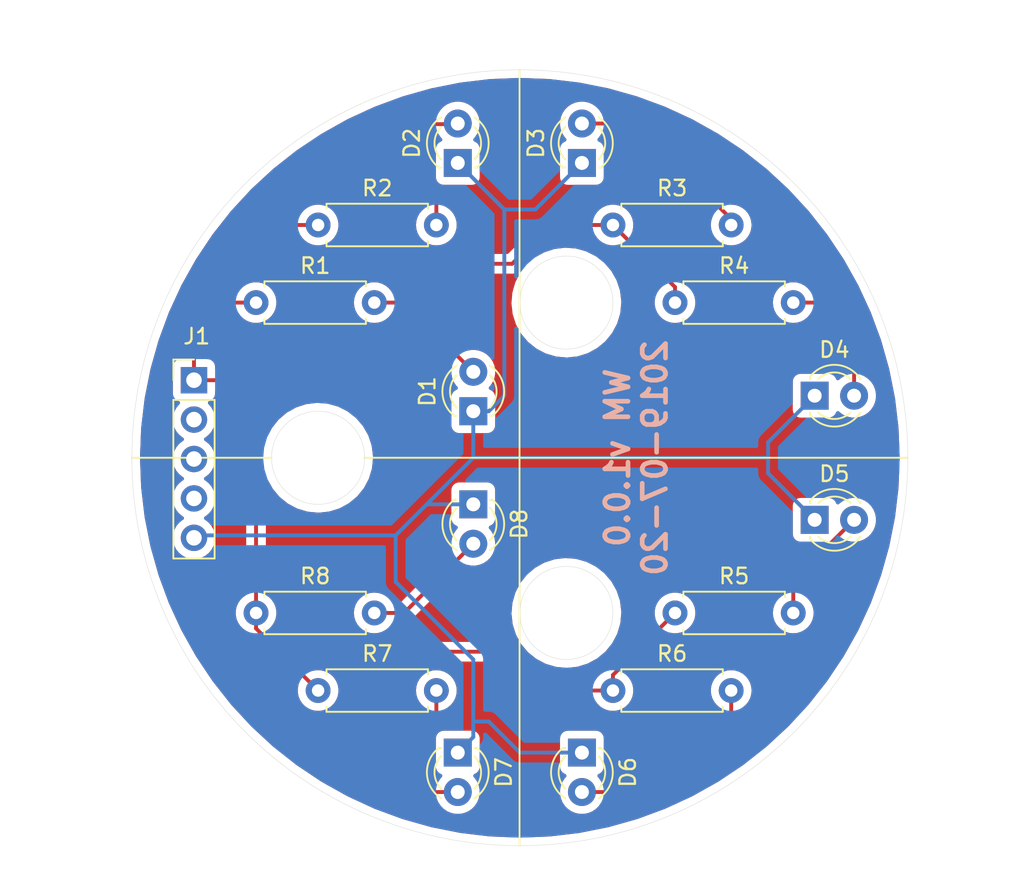
<source format=kicad_pcb>
(kicad_pcb (version 20171130) (host pcbnew "(5.1.2)-1")

  (general
    (thickness 1.6)
    (drawings 9)
    (tracks 81)
    (zones 0)
    (modules 17)
    (nets 14)
  )

  (page A4)
  (layers
    (0 F.Cu signal)
    (31 B.Cu signal)
    (32 B.Adhes user)
    (33 F.Adhes user)
    (34 B.Paste user)
    (35 F.Paste user)
    (36 B.SilkS user)
    (37 F.SilkS user)
    (38 B.Mask user)
    (39 F.Mask user)
    (40 Dwgs.User user)
    (41 Cmts.User user)
    (42 Eco1.User user)
    (43 Eco2.User user)
    (44 Edge.Cuts user)
    (45 Margin user)
    (46 B.CrtYd user)
    (47 F.CrtYd user)
    (48 B.Fab user)
    (49 F.Fab user)
  )

  (setup
    (last_trace_width 0.25)
    (trace_clearance 0.2)
    (zone_clearance 0.508)
    (zone_45_only no)
    (trace_min 0.1524)
    (via_size 0.8)
    (via_drill 0.4)
    (via_min_size 0.508)
    (via_min_drill 0.254)
    (uvia_size 0.3)
    (uvia_drill 0.1)
    (uvias_allowed no)
    (uvia_min_size 0.2)
    (uvia_min_drill 0.1)
    (edge_width 0.05)
    (segment_width 0.2)
    (pcb_text_width 0.3)
    (pcb_text_size 1.5 1.5)
    (mod_edge_width 0.12)
    (mod_text_size 1 1)
    (mod_text_width 0.15)
    (pad_size 1.524 1.524)
    (pad_drill 0.762)
    (pad_to_mask_clearance 0.0508)
    (solder_mask_min_width 0.25)
    (aux_axis_origin 0 0)
    (visible_elements 7FFFFFFF)
    (pcbplotparams
      (layerselection 0x010fc_ffffffff)
      (usegerberextensions false)
      (usegerberattributes false)
      (usegerberadvancedattributes false)
      (creategerberjobfile false)
      (excludeedgelayer true)
      (linewidth 0.100000)
      (plotframeref false)
      (viasonmask false)
      (mode 1)
      (useauxorigin false)
      (hpglpennumber 1)
      (hpglpenspeed 20)
      (hpglpendiameter 15.000000)
      (psnegative false)
      (psa4output false)
      (plotreference true)
      (plotvalue true)
      (plotinvisibletext false)
      (padsonsilk false)
      (subtractmaskfromsilk false)
      (outputformat 1)
      (mirror false)
      (drillshape 1)
      (scaleselection 1)
      (outputdirectory ""))
  )

  (net 0 "")
  (net 1 "Net-(D1-Pad1)")
  (net 2 "Net-(D1-Pad2)")
  (net 3 "Net-(D2-Pad2)")
  (net 4 "Net-(D3-Pad2)")
  (net 5 "Net-(D4-Pad2)")
  (net 6 "Net-(D5-Pad2)")
  (net 7 "Net-(D6-Pad2)")
  (net 8 "Net-(D7-Pad2)")
  (net 9 "Net-(D8-Pad2)")
  (net 10 "Net-(J1-Pad1)")
  (net 11 "Net-(J1-Pad2)")
  (net 12 "Net-(J1-Pad3)")
  (net 13 "Net-(J1-Pad4)")

  (net_class Default "This is the default net class."
    (clearance 0.2)
    (trace_width 0.25)
    (via_dia 0.8)
    (via_drill 0.4)
    (uvia_dia 0.3)
    (uvia_drill 0.1)
    (add_net "Net-(D1-Pad1)")
    (add_net "Net-(D1-Pad2)")
    (add_net "Net-(D2-Pad2)")
    (add_net "Net-(D3-Pad2)")
    (add_net "Net-(D4-Pad2)")
    (add_net "Net-(D5-Pad2)")
    (add_net "Net-(D6-Pad2)")
    (add_net "Net-(D7-Pad2)")
    (add_net "Net-(D8-Pad2)")
    (add_net "Net-(J1-Pad1)")
    (add_net "Net-(J1-Pad2)")
    (add_net "Net-(J1-Pad3)")
    (add_net "Net-(J1-Pad4)")
  )

  (net_class oshpark ""
    (clearance 0.17)
    (trace_width 0.17)
    (via_dia 0.7)
    (via_drill 0.4)
    (uvia_dia 0.7)
    (uvia_drill 0.4)
    (diff_pair_width 0.3)
    (diff_pair_gap 0.35)
  )

  (module LED_THT:LED_D3.0mm (layer F.Cu) (tedit 587A3A7B) (tstamp 5D331F92)
    (at 171 96 90)
    (descr "LED, diameter 3.0mm, 2 pins")
    (tags "LED diameter 3.0mm 2 pins")
    (path /5D33C382)
    (fp_text reference D1 (at 1.27 -2.96 90) (layer F.SilkS)
      (effects (font (size 1 1) (thickness 0.15)))
    )
    (fp_text value LED (at 1.27 2.96 90) (layer F.Fab)
      (effects (font (size 1 1) (thickness 0.15)))
    )
    (fp_arc (start 1.27 0) (end -0.23 -1.16619) (angle 284.3) (layer F.Fab) (width 0.1))
    (fp_arc (start 1.27 0) (end -0.29 -1.235516) (angle 108.8) (layer F.SilkS) (width 0.12))
    (fp_arc (start 1.27 0) (end -0.29 1.235516) (angle -108.8) (layer F.SilkS) (width 0.12))
    (fp_arc (start 1.27 0) (end 0.229039 -1.08) (angle 87.9) (layer F.SilkS) (width 0.12))
    (fp_arc (start 1.27 0) (end 0.229039 1.08) (angle -87.9) (layer F.SilkS) (width 0.12))
    (fp_circle (center 1.27 0) (end 2.77 0) (layer F.Fab) (width 0.1))
    (fp_line (start -0.23 -1.16619) (end -0.23 1.16619) (layer F.Fab) (width 0.1))
    (fp_line (start -0.29 -1.236) (end -0.29 -1.08) (layer F.SilkS) (width 0.12))
    (fp_line (start -0.29 1.08) (end -0.29 1.236) (layer F.SilkS) (width 0.12))
    (fp_line (start -1.15 -2.25) (end -1.15 2.25) (layer F.CrtYd) (width 0.05))
    (fp_line (start -1.15 2.25) (end 3.7 2.25) (layer F.CrtYd) (width 0.05))
    (fp_line (start 3.7 2.25) (end 3.7 -2.25) (layer F.CrtYd) (width 0.05))
    (fp_line (start 3.7 -2.25) (end -1.15 -2.25) (layer F.CrtYd) (width 0.05))
    (pad 1 thru_hole rect (at 0 0 90) (size 1.8 1.8) (drill 0.9) (layers *.Cu *.Mask)
      (net 1 "Net-(D1-Pad1)"))
    (pad 2 thru_hole circle (at 2.54 0 90) (size 1.8 1.8) (drill 0.9) (layers *.Cu *.Mask)
      (net 2 "Net-(D1-Pad2)"))
    (model ${KISYS3DMOD}/LED_THT.3dshapes/LED_D3.0mm.wrl
      (at (xyz 0 0 0))
      (scale (xyz 1 1 1))
      (rotate (xyz 0 0 0))
    )
  )

  (module LED_THT:LED_D3.0mm (layer F.Cu) (tedit 587A3A7B) (tstamp 5D331FA5)
    (at 170 80 90)
    (descr "LED, diameter 3.0mm, 2 pins")
    (tags "LED diameter 3.0mm 2 pins")
    (path /5D38CC8F)
    (fp_text reference D2 (at 1.27 -2.96 90) (layer F.SilkS)
      (effects (font (size 1 1) (thickness 0.15)))
    )
    (fp_text value LED (at 1.27 2.96 90) (layer F.Fab)
      (effects (font (size 1 1) (thickness 0.15)))
    )
    (fp_line (start 3.7 -2.25) (end -1.15 -2.25) (layer F.CrtYd) (width 0.05))
    (fp_line (start 3.7 2.25) (end 3.7 -2.25) (layer F.CrtYd) (width 0.05))
    (fp_line (start -1.15 2.25) (end 3.7 2.25) (layer F.CrtYd) (width 0.05))
    (fp_line (start -1.15 -2.25) (end -1.15 2.25) (layer F.CrtYd) (width 0.05))
    (fp_line (start -0.29 1.08) (end -0.29 1.236) (layer F.SilkS) (width 0.12))
    (fp_line (start -0.29 -1.236) (end -0.29 -1.08) (layer F.SilkS) (width 0.12))
    (fp_line (start -0.23 -1.16619) (end -0.23 1.16619) (layer F.Fab) (width 0.1))
    (fp_circle (center 1.27 0) (end 2.77 0) (layer F.Fab) (width 0.1))
    (fp_arc (start 1.27 0) (end 0.229039 1.08) (angle -87.9) (layer F.SilkS) (width 0.12))
    (fp_arc (start 1.27 0) (end 0.229039 -1.08) (angle 87.9) (layer F.SilkS) (width 0.12))
    (fp_arc (start 1.27 0) (end -0.29 1.235516) (angle -108.8) (layer F.SilkS) (width 0.12))
    (fp_arc (start 1.27 0) (end -0.29 -1.235516) (angle 108.8) (layer F.SilkS) (width 0.12))
    (fp_arc (start 1.27 0) (end -0.23 -1.16619) (angle 284.3) (layer F.Fab) (width 0.1))
    (pad 2 thru_hole circle (at 2.54 0 90) (size 1.8 1.8) (drill 0.9) (layers *.Cu *.Mask)
      (net 3 "Net-(D2-Pad2)"))
    (pad 1 thru_hole rect (at 0 0 90) (size 1.8 1.8) (drill 0.9) (layers *.Cu *.Mask)
      (net 1 "Net-(D1-Pad1)"))
    (model ${KISYS3DMOD}/LED_THT.3dshapes/LED_D3.0mm.wrl
      (at (xyz 0 0 0))
      (scale (xyz 1 1 1))
      (rotate (xyz 0 0 0))
    )
  )

  (module LED_THT:LED_D3.0mm (layer F.Cu) (tedit 587A3A7B) (tstamp 5D331FB8)
    (at 178 80 90)
    (descr "LED, diameter 3.0mm, 2 pins")
    (tags "LED diameter 3.0mm 2 pins")
    (path /5D38D6E0)
    (fp_text reference D3 (at 1.27 -2.96 90) (layer F.SilkS)
      (effects (font (size 1 1) (thickness 0.15)))
    )
    (fp_text value LED (at 1.27 2.96 90) (layer F.Fab)
      (effects (font (size 1 1) (thickness 0.15)))
    )
    (fp_arc (start 1.27 0) (end -0.23 -1.16619) (angle 284.3) (layer F.Fab) (width 0.1))
    (fp_arc (start 1.27 0) (end -0.29 -1.235516) (angle 108.8) (layer F.SilkS) (width 0.12))
    (fp_arc (start 1.27 0) (end -0.29 1.235516) (angle -108.8) (layer F.SilkS) (width 0.12))
    (fp_arc (start 1.27 0) (end 0.229039 -1.08) (angle 87.9) (layer F.SilkS) (width 0.12))
    (fp_arc (start 1.27 0) (end 0.229039 1.08) (angle -87.9) (layer F.SilkS) (width 0.12))
    (fp_circle (center 1.27 0) (end 2.77 0) (layer F.Fab) (width 0.1))
    (fp_line (start -0.23 -1.16619) (end -0.23 1.16619) (layer F.Fab) (width 0.1))
    (fp_line (start -0.29 -1.236) (end -0.29 -1.08) (layer F.SilkS) (width 0.12))
    (fp_line (start -0.29 1.08) (end -0.29 1.236) (layer F.SilkS) (width 0.12))
    (fp_line (start -1.15 -2.25) (end -1.15 2.25) (layer F.CrtYd) (width 0.05))
    (fp_line (start -1.15 2.25) (end 3.7 2.25) (layer F.CrtYd) (width 0.05))
    (fp_line (start 3.7 2.25) (end 3.7 -2.25) (layer F.CrtYd) (width 0.05))
    (fp_line (start 3.7 -2.25) (end -1.15 -2.25) (layer F.CrtYd) (width 0.05))
    (pad 1 thru_hole rect (at 0 0 90) (size 1.8 1.8) (drill 0.9) (layers *.Cu *.Mask)
      (net 1 "Net-(D1-Pad1)"))
    (pad 2 thru_hole circle (at 2.54 0 90) (size 1.8 1.8) (drill 0.9) (layers *.Cu *.Mask)
      (net 4 "Net-(D3-Pad2)"))
    (model ${KISYS3DMOD}/LED_THT.3dshapes/LED_D3.0mm.wrl
      (at (xyz 0 0 0))
      (scale (xyz 1 1 1))
      (rotate (xyz 0 0 0))
    )
  )

  (module LED_THT:LED_D3.0mm (layer F.Cu) (tedit 587A3A7B) (tstamp 5D331FCB)
    (at 193 95)
    (descr "LED, diameter 3.0mm, 2 pins")
    (tags "LED diameter 3.0mm 2 pins")
    (path /5D38E164)
    (fp_text reference D4 (at 1.27 -2.96) (layer F.SilkS)
      (effects (font (size 1 1) (thickness 0.15)))
    )
    (fp_text value LED (at 1.27 2.96) (layer F.Fab)
      (effects (font (size 1 1) (thickness 0.15)))
    )
    (fp_arc (start 1.27 0) (end -0.23 -1.16619) (angle 284.3) (layer F.Fab) (width 0.1))
    (fp_arc (start 1.27 0) (end -0.29 -1.235516) (angle 108.8) (layer F.SilkS) (width 0.12))
    (fp_arc (start 1.27 0) (end -0.29 1.235516) (angle -108.8) (layer F.SilkS) (width 0.12))
    (fp_arc (start 1.27 0) (end 0.229039 -1.08) (angle 87.9) (layer F.SilkS) (width 0.12))
    (fp_arc (start 1.27 0) (end 0.229039 1.08) (angle -87.9) (layer F.SilkS) (width 0.12))
    (fp_circle (center 1.27 0) (end 2.77 0) (layer F.Fab) (width 0.1))
    (fp_line (start -0.23 -1.16619) (end -0.23 1.16619) (layer F.Fab) (width 0.1))
    (fp_line (start -0.29 -1.236) (end -0.29 -1.08) (layer F.SilkS) (width 0.12))
    (fp_line (start -0.29 1.08) (end -0.29 1.236) (layer F.SilkS) (width 0.12))
    (fp_line (start -1.15 -2.25) (end -1.15 2.25) (layer F.CrtYd) (width 0.05))
    (fp_line (start -1.15 2.25) (end 3.7 2.25) (layer F.CrtYd) (width 0.05))
    (fp_line (start 3.7 2.25) (end 3.7 -2.25) (layer F.CrtYd) (width 0.05))
    (fp_line (start 3.7 -2.25) (end -1.15 -2.25) (layer F.CrtYd) (width 0.05))
    (pad 1 thru_hole rect (at 0 0) (size 1.8 1.8) (drill 0.9) (layers *.Cu *.Mask)
      (net 1 "Net-(D1-Pad1)"))
    (pad 2 thru_hole circle (at 2.54 0) (size 1.8 1.8) (drill 0.9) (layers *.Cu *.Mask)
      (net 5 "Net-(D4-Pad2)"))
    (model ${KISYS3DMOD}/LED_THT.3dshapes/LED_D3.0mm.wrl
      (at (xyz 0 0 0))
      (scale (xyz 1 1 1))
      (rotate (xyz 0 0 0))
    )
  )

  (module LED_THT:LED_D3.0mm (layer F.Cu) (tedit 587A3A7B) (tstamp 5D331FDE)
    (at 193 103)
    (descr "LED, diameter 3.0mm, 2 pins")
    (tags "LED diameter 3.0mm 2 pins")
    (path /5D38EBF0)
    (fp_text reference D5 (at 1.27 -2.96) (layer F.SilkS)
      (effects (font (size 1 1) (thickness 0.15)))
    )
    (fp_text value LED (at 1.27 2.96) (layer F.Fab)
      (effects (font (size 1 1) (thickness 0.15)))
    )
    (fp_arc (start 1.27 0) (end -0.23 -1.16619) (angle 284.3) (layer F.Fab) (width 0.1))
    (fp_arc (start 1.27 0) (end -0.29 -1.235516) (angle 108.8) (layer F.SilkS) (width 0.12))
    (fp_arc (start 1.27 0) (end -0.29 1.235516) (angle -108.8) (layer F.SilkS) (width 0.12))
    (fp_arc (start 1.27 0) (end 0.229039 -1.08) (angle 87.9) (layer F.SilkS) (width 0.12))
    (fp_arc (start 1.27 0) (end 0.229039 1.08) (angle -87.9) (layer F.SilkS) (width 0.12))
    (fp_circle (center 1.27 0) (end 2.77 0) (layer F.Fab) (width 0.1))
    (fp_line (start -0.23 -1.16619) (end -0.23 1.16619) (layer F.Fab) (width 0.1))
    (fp_line (start -0.29 -1.236) (end -0.29 -1.08) (layer F.SilkS) (width 0.12))
    (fp_line (start -0.29 1.08) (end -0.29 1.236) (layer F.SilkS) (width 0.12))
    (fp_line (start -1.15 -2.25) (end -1.15 2.25) (layer F.CrtYd) (width 0.05))
    (fp_line (start -1.15 2.25) (end 3.7 2.25) (layer F.CrtYd) (width 0.05))
    (fp_line (start 3.7 2.25) (end 3.7 -2.25) (layer F.CrtYd) (width 0.05))
    (fp_line (start 3.7 -2.25) (end -1.15 -2.25) (layer F.CrtYd) (width 0.05))
    (pad 1 thru_hole rect (at 0 0) (size 1.8 1.8) (drill 0.9) (layers *.Cu *.Mask)
      (net 1 "Net-(D1-Pad1)"))
    (pad 2 thru_hole circle (at 2.54 0) (size 1.8 1.8) (drill 0.9) (layers *.Cu *.Mask)
      (net 6 "Net-(D5-Pad2)"))
    (model ${KISYS3DMOD}/LED_THT.3dshapes/LED_D3.0mm.wrl
      (at (xyz 0 0 0))
      (scale (xyz 1 1 1))
      (rotate (xyz 0 0 0))
    )
  )

  (module LED_THT:LED_D3.0mm (layer F.Cu) (tedit 587A3A7B) (tstamp 5D331FF1)
    (at 178 118 270)
    (descr "LED, diameter 3.0mm, 2 pins")
    (tags "LED diameter 3.0mm 2 pins")
    (path /5D38F62A)
    (fp_text reference D6 (at 1.27 -2.96 90) (layer F.SilkS)
      (effects (font (size 1 1) (thickness 0.15)))
    )
    (fp_text value LED (at 1.27 2.96 90) (layer F.Fab)
      (effects (font (size 1 1) (thickness 0.15)))
    )
    (fp_line (start 3.7 -2.25) (end -1.15 -2.25) (layer F.CrtYd) (width 0.05))
    (fp_line (start 3.7 2.25) (end 3.7 -2.25) (layer F.CrtYd) (width 0.05))
    (fp_line (start -1.15 2.25) (end 3.7 2.25) (layer F.CrtYd) (width 0.05))
    (fp_line (start -1.15 -2.25) (end -1.15 2.25) (layer F.CrtYd) (width 0.05))
    (fp_line (start -0.29 1.08) (end -0.29 1.236) (layer F.SilkS) (width 0.12))
    (fp_line (start -0.29 -1.236) (end -0.29 -1.08) (layer F.SilkS) (width 0.12))
    (fp_line (start -0.23 -1.16619) (end -0.23 1.16619) (layer F.Fab) (width 0.1))
    (fp_circle (center 1.27 0) (end 2.77 0) (layer F.Fab) (width 0.1))
    (fp_arc (start 1.27 0) (end 0.229039 1.08) (angle -87.9) (layer F.SilkS) (width 0.12))
    (fp_arc (start 1.27 0) (end 0.229039 -1.08) (angle 87.9) (layer F.SilkS) (width 0.12))
    (fp_arc (start 1.27 0) (end -0.29 1.235516) (angle -108.8) (layer F.SilkS) (width 0.12))
    (fp_arc (start 1.27 0) (end -0.29 -1.235516) (angle 108.8) (layer F.SilkS) (width 0.12))
    (fp_arc (start 1.27 0) (end -0.23 -1.16619) (angle 284.3) (layer F.Fab) (width 0.1))
    (pad 2 thru_hole circle (at 2.54 0 270) (size 1.8 1.8) (drill 0.9) (layers *.Cu *.Mask)
      (net 7 "Net-(D6-Pad2)"))
    (pad 1 thru_hole rect (at 0 0 270) (size 1.8 1.8) (drill 0.9) (layers *.Cu *.Mask)
      (net 1 "Net-(D1-Pad1)"))
    (model ${KISYS3DMOD}/LED_THT.3dshapes/LED_D3.0mm.wrl
      (at (xyz 0 0 0))
      (scale (xyz 1 1 1))
      (rotate (xyz 0 0 0))
    )
  )

  (module LED_THT:LED_D3.0mm (layer F.Cu) (tedit 587A3A7B) (tstamp 5D332004)
    (at 170 118 270)
    (descr "LED, diameter 3.0mm, 2 pins")
    (tags "LED diameter 3.0mm 2 pins")
    (path /5D39007A)
    (fp_text reference D7 (at 1.27 -2.96 90) (layer F.SilkS)
      (effects (font (size 1 1) (thickness 0.15)))
    )
    (fp_text value LED (at 1.27 2.96 90) (layer F.Fab)
      (effects (font (size 1 1) (thickness 0.15)))
    )
    (fp_arc (start 1.27 0) (end -0.23 -1.16619) (angle 284.3) (layer F.Fab) (width 0.1))
    (fp_arc (start 1.27 0) (end -0.29 -1.235516) (angle 108.8) (layer F.SilkS) (width 0.12))
    (fp_arc (start 1.27 0) (end -0.29 1.235516) (angle -108.8) (layer F.SilkS) (width 0.12))
    (fp_arc (start 1.27 0) (end 0.229039 -1.08) (angle 87.9) (layer F.SilkS) (width 0.12))
    (fp_arc (start 1.27 0) (end 0.229039 1.08) (angle -87.9) (layer F.SilkS) (width 0.12))
    (fp_circle (center 1.27 0) (end 2.77 0) (layer F.Fab) (width 0.1))
    (fp_line (start -0.23 -1.16619) (end -0.23 1.16619) (layer F.Fab) (width 0.1))
    (fp_line (start -0.29 -1.236) (end -0.29 -1.08) (layer F.SilkS) (width 0.12))
    (fp_line (start -0.29 1.08) (end -0.29 1.236) (layer F.SilkS) (width 0.12))
    (fp_line (start -1.15 -2.25) (end -1.15 2.25) (layer F.CrtYd) (width 0.05))
    (fp_line (start -1.15 2.25) (end 3.7 2.25) (layer F.CrtYd) (width 0.05))
    (fp_line (start 3.7 2.25) (end 3.7 -2.25) (layer F.CrtYd) (width 0.05))
    (fp_line (start 3.7 -2.25) (end -1.15 -2.25) (layer F.CrtYd) (width 0.05))
    (pad 1 thru_hole rect (at 0 0 270) (size 1.8 1.8) (drill 0.9) (layers *.Cu *.Mask)
      (net 1 "Net-(D1-Pad1)"))
    (pad 2 thru_hole circle (at 2.54 0 270) (size 1.8 1.8) (drill 0.9) (layers *.Cu *.Mask)
      (net 8 "Net-(D7-Pad2)"))
    (model ${KISYS3DMOD}/LED_THT.3dshapes/LED_D3.0mm.wrl
      (at (xyz 0 0 0))
      (scale (xyz 1 1 1))
      (rotate (xyz 0 0 0))
    )
  )

  (module LED_THT:LED_D3.0mm (layer F.Cu) (tedit 587A3A7B) (tstamp 5D3330F1)
    (at 171 102 270)
    (descr "LED, diameter 3.0mm, 2 pins")
    (tags "LED diameter 3.0mm 2 pins")
    (path /5D3909E8)
    (fp_text reference D8 (at 1.27 -2.96 90) (layer F.SilkS)
      (effects (font (size 1 1) (thickness 0.15)))
    )
    (fp_text value LED (at 1.27 2.96 90) (layer F.Fab)
      (effects (font (size 1 1) (thickness 0.15)))
    )
    (fp_line (start 3.7 -2.25) (end -1.15 -2.25) (layer F.CrtYd) (width 0.05))
    (fp_line (start 3.7 2.25) (end 3.7 -2.25) (layer F.CrtYd) (width 0.05))
    (fp_line (start -1.15 2.25) (end 3.7 2.25) (layer F.CrtYd) (width 0.05))
    (fp_line (start -1.15 -2.25) (end -1.15 2.25) (layer F.CrtYd) (width 0.05))
    (fp_line (start -0.29 1.08) (end -0.29 1.236) (layer F.SilkS) (width 0.12))
    (fp_line (start -0.29 -1.236) (end -0.29 -1.08) (layer F.SilkS) (width 0.12))
    (fp_line (start -0.23 -1.16619) (end -0.23 1.16619) (layer F.Fab) (width 0.1))
    (fp_circle (center 1.27 0) (end 2.77 0) (layer F.Fab) (width 0.1))
    (fp_arc (start 1.27 0) (end 0.229039 1.08) (angle -87.9) (layer F.SilkS) (width 0.12))
    (fp_arc (start 1.27 0) (end 0.229039 -1.08) (angle 87.9) (layer F.SilkS) (width 0.12))
    (fp_arc (start 1.27 0) (end -0.29 1.235516) (angle -108.8) (layer F.SilkS) (width 0.12))
    (fp_arc (start 1.27 0) (end -0.29 -1.235516) (angle 108.8) (layer F.SilkS) (width 0.12))
    (fp_arc (start 1.27 0) (end -0.23 -1.16619) (angle 284.3) (layer F.Fab) (width 0.1))
    (pad 2 thru_hole circle (at 2.54 0 270) (size 1.8 1.8) (drill 0.9) (layers *.Cu *.Mask)
      (net 9 "Net-(D8-Pad2)"))
    (pad 1 thru_hole rect (at 0 0 270) (size 1.8 1.8) (drill 0.9) (layers *.Cu *.Mask)
      (net 1 "Net-(D1-Pad1)"))
    (model ${KISYS3DMOD}/LED_THT.3dshapes/LED_D3.0mm.wrl
      (at (xyz 0 0 0))
      (scale (xyz 1 1 1))
      (rotate (xyz 0 0 0))
    )
  )

  (module Connector_PinHeader_2.54mm:PinHeader_1x05_P2.54mm_Vertical (layer F.Cu) (tedit 59FED5CC) (tstamp 5D332030)
    (at 153 94)
    (descr "Through hole straight pin header, 1x05, 2.54mm pitch, single row")
    (tags "Through hole pin header THT 1x05 2.54mm single row")
    (path /5D33AB8D)
    (fp_text reference J1 (at 0.174999 -2.825001) (layer F.SilkS)
      (effects (font (size 1 1) (thickness 0.15)))
    )
    (fp_text value USB_B_Micro (at 0 12.49) (layer F.Fab)
      (effects (font (size 1 1) (thickness 0.15)))
    )
    (fp_line (start -0.635 -1.27) (end 1.27 -1.27) (layer F.Fab) (width 0.1))
    (fp_line (start 1.27 -1.27) (end 1.27 11.43) (layer F.Fab) (width 0.1))
    (fp_line (start 1.27 11.43) (end -1.27 11.43) (layer F.Fab) (width 0.1))
    (fp_line (start -1.27 11.43) (end -1.27 -0.635) (layer F.Fab) (width 0.1))
    (fp_line (start -1.27 -0.635) (end -0.635 -1.27) (layer F.Fab) (width 0.1))
    (fp_line (start -1.33 11.49) (end 1.33 11.49) (layer F.SilkS) (width 0.12))
    (fp_line (start -1.33 1.27) (end -1.33 11.49) (layer F.SilkS) (width 0.12))
    (fp_line (start 1.33 1.27) (end 1.33 11.49) (layer F.SilkS) (width 0.12))
    (fp_line (start -1.33 1.27) (end 1.33 1.27) (layer F.SilkS) (width 0.12))
    (fp_line (start -1.33 0) (end -1.33 -1.33) (layer F.SilkS) (width 0.12))
    (fp_line (start -1.33 -1.33) (end 0 -1.33) (layer F.SilkS) (width 0.12))
    (fp_line (start -1.8 -1.8) (end -1.8 11.95) (layer F.CrtYd) (width 0.05))
    (fp_line (start -1.8 11.95) (end 1.8 11.95) (layer F.CrtYd) (width 0.05))
    (fp_line (start 1.8 11.95) (end 1.8 -1.8) (layer F.CrtYd) (width 0.05))
    (fp_line (start 1.8 -1.8) (end -1.8 -1.8) (layer F.CrtYd) (width 0.05))
    (fp_text user %R (at 0 5.08 90) (layer F.Fab)
      (effects (font (size 1 1) (thickness 0.15)))
    )
    (pad 1 thru_hole rect (at 0 0) (size 1.7 1.7) (drill 1) (layers *.Cu *.Mask)
      (net 10 "Net-(J1-Pad1)"))
    (pad 2 thru_hole oval (at 0 2.54) (size 1.7 1.7) (drill 1) (layers *.Cu *.Mask)
      (net 11 "Net-(J1-Pad2)"))
    (pad 3 thru_hole oval (at 0 5.08) (size 1.7 1.7) (drill 1) (layers *.Cu *.Mask)
      (net 12 "Net-(J1-Pad3)"))
    (pad 4 thru_hole oval (at 0 7.62) (size 1.7 1.7) (drill 1) (layers *.Cu *.Mask)
      (net 13 "Net-(J1-Pad4)"))
    (pad 5 thru_hole oval (at 0 10.16) (size 1.7 1.7) (drill 1) (layers *.Cu *.Mask)
      (net 1 "Net-(D1-Pad1)"))
    (model ${KISYS3DMOD}/Connector_PinHeader_2.54mm.3dshapes/PinHeader_1x05_P2.54mm_Vertical.wrl
      (at (xyz 0 0 0))
      (scale (xyz 1 1 1))
      (rotate (xyz 0 0 0))
    )
  )

  (module Resistor_THT:R_Axial_DIN0207_L6.3mm_D2.5mm_P7.62mm_Horizontal (layer F.Cu) (tedit 5AE5139B) (tstamp 5D332047)
    (at 157 89)
    (descr "Resistor, Axial_DIN0207 series, Axial, Horizontal, pin pitch=7.62mm, 0.25W = 1/4W, length*diameter=6.3*2.5mm^2, http://cdn-reichelt.de/documents/datenblatt/B400/1_4W%23YAG.pdf")
    (tags "Resistor Axial_DIN0207 series Axial Horizontal pin pitch 7.62mm 0.25W = 1/4W length 6.3mm diameter 2.5mm")
    (path /5D346088)
    (fp_text reference R1 (at 3.81 -2.37) (layer F.SilkS)
      (effects (font (size 1 1) (thickness 0.15)))
    )
    (fp_text value 220R (at 3.81 2.37) (layer F.Fab)
      (effects (font (size 1 1) (thickness 0.15)))
    )
    (fp_line (start 0.66 -1.25) (end 0.66 1.25) (layer F.Fab) (width 0.1))
    (fp_line (start 0.66 1.25) (end 6.96 1.25) (layer F.Fab) (width 0.1))
    (fp_line (start 6.96 1.25) (end 6.96 -1.25) (layer F.Fab) (width 0.1))
    (fp_line (start 6.96 -1.25) (end 0.66 -1.25) (layer F.Fab) (width 0.1))
    (fp_line (start 0 0) (end 0.66 0) (layer F.Fab) (width 0.1))
    (fp_line (start 7.62 0) (end 6.96 0) (layer F.Fab) (width 0.1))
    (fp_line (start 0.54 -1.04) (end 0.54 -1.37) (layer F.SilkS) (width 0.12))
    (fp_line (start 0.54 -1.37) (end 7.08 -1.37) (layer F.SilkS) (width 0.12))
    (fp_line (start 7.08 -1.37) (end 7.08 -1.04) (layer F.SilkS) (width 0.12))
    (fp_line (start 0.54 1.04) (end 0.54 1.37) (layer F.SilkS) (width 0.12))
    (fp_line (start 0.54 1.37) (end 7.08 1.37) (layer F.SilkS) (width 0.12))
    (fp_line (start 7.08 1.37) (end 7.08 1.04) (layer F.SilkS) (width 0.12))
    (fp_line (start -1.05 -1.5) (end -1.05 1.5) (layer F.CrtYd) (width 0.05))
    (fp_line (start -1.05 1.5) (end 8.67 1.5) (layer F.CrtYd) (width 0.05))
    (fp_line (start 8.67 1.5) (end 8.67 -1.5) (layer F.CrtYd) (width 0.05))
    (fp_line (start 8.67 -1.5) (end -1.05 -1.5) (layer F.CrtYd) (width 0.05))
    (fp_text user %R (at 3.81 0) (layer F.Fab)
      (effects (font (size 1 1) (thickness 0.15)))
    )
    (pad 1 thru_hole circle (at 0 0) (size 1.6 1.6) (drill 0.8) (layers *.Cu *.Mask)
      (net 10 "Net-(J1-Pad1)"))
    (pad 2 thru_hole oval (at 7.62 0) (size 1.6 1.6) (drill 0.8) (layers *.Cu *.Mask)
      (net 2 "Net-(D1-Pad2)"))
    (model ${KISYS3DMOD}/Resistor_THT.3dshapes/R_Axial_DIN0207_L6.3mm_D2.5mm_P7.62mm_Horizontal.wrl
      (at (xyz 0 0 0))
      (scale (xyz 1 1 1))
      (rotate (xyz 0 0 0))
    )
  )

  (module Resistor_THT:R_Axial_DIN0207_L6.3mm_D2.5mm_P7.62mm_Horizontal (layer F.Cu) (tedit 5AE5139B) (tstamp 5D33205E)
    (at 161 84)
    (descr "Resistor, Axial_DIN0207 series, Axial, Horizontal, pin pitch=7.62mm, 0.25W = 1/4W, length*diameter=6.3*2.5mm^2, http://cdn-reichelt.de/documents/datenblatt/B400/1_4W%23YAG.pdf")
    (tags "Resistor Axial_DIN0207 series Axial Horizontal pin pitch 7.62mm 0.25W = 1/4W length 6.3mm diameter 2.5mm")
    (path /5D386A11)
    (fp_text reference R2 (at 3.81 -2.37) (layer F.SilkS)
      (effects (font (size 1 1) (thickness 0.15)))
    )
    (fp_text value 220R (at 3.81 2.37) (layer F.Fab)
      (effects (font (size 1 1) (thickness 0.15)))
    )
    (fp_text user %R (at 3.81 0) (layer F.Fab)
      (effects (font (size 1 1) (thickness 0.15)))
    )
    (fp_line (start 8.67 -1.5) (end -1.05 -1.5) (layer F.CrtYd) (width 0.05))
    (fp_line (start 8.67 1.5) (end 8.67 -1.5) (layer F.CrtYd) (width 0.05))
    (fp_line (start -1.05 1.5) (end 8.67 1.5) (layer F.CrtYd) (width 0.05))
    (fp_line (start -1.05 -1.5) (end -1.05 1.5) (layer F.CrtYd) (width 0.05))
    (fp_line (start 7.08 1.37) (end 7.08 1.04) (layer F.SilkS) (width 0.12))
    (fp_line (start 0.54 1.37) (end 7.08 1.37) (layer F.SilkS) (width 0.12))
    (fp_line (start 0.54 1.04) (end 0.54 1.37) (layer F.SilkS) (width 0.12))
    (fp_line (start 7.08 -1.37) (end 7.08 -1.04) (layer F.SilkS) (width 0.12))
    (fp_line (start 0.54 -1.37) (end 7.08 -1.37) (layer F.SilkS) (width 0.12))
    (fp_line (start 0.54 -1.04) (end 0.54 -1.37) (layer F.SilkS) (width 0.12))
    (fp_line (start 7.62 0) (end 6.96 0) (layer F.Fab) (width 0.1))
    (fp_line (start 0 0) (end 0.66 0) (layer F.Fab) (width 0.1))
    (fp_line (start 6.96 -1.25) (end 0.66 -1.25) (layer F.Fab) (width 0.1))
    (fp_line (start 6.96 1.25) (end 6.96 -1.25) (layer F.Fab) (width 0.1))
    (fp_line (start 0.66 1.25) (end 6.96 1.25) (layer F.Fab) (width 0.1))
    (fp_line (start 0.66 -1.25) (end 0.66 1.25) (layer F.Fab) (width 0.1))
    (pad 2 thru_hole oval (at 7.62 0) (size 1.6 1.6) (drill 0.8) (layers *.Cu *.Mask)
      (net 3 "Net-(D2-Pad2)"))
    (pad 1 thru_hole circle (at 0 0) (size 1.6 1.6) (drill 0.8) (layers *.Cu *.Mask)
      (net 10 "Net-(J1-Pad1)"))
    (model ${KISYS3DMOD}/Resistor_THT.3dshapes/R_Axial_DIN0207_L6.3mm_D2.5mm_P7.62mm_Horizontal.wrl
      (at (xyz 0 0 0))
      (scale (xyz 1 1 1))
      (rotate (xyz 0 0 0))
    )
  )

  (module Resistor_THT:R_Axial_DIN0207_L6.3mm_D2.5mm_P7.62mm_Horizontal (layer F.Cu) (tedit 5AE5139B) (tstamp 5D332075)
    (at 180 84)
    (descr "Resistor, Axial_DIN0207 series, Axial, Horizontal, pin pitch=7.62mm, 0.25W = 1/4W, length*diameter=6.3*2.5mm^2, http://cdn-reichelt.de/documents/datenblatt/B400/1_4W%23YAG.pdf")
    (tags "Resistor Axial_DIN0207 series Axial Horizontal pin pitch 7.62mm 0.25W = 1/4W length 6.3mm diameter 2.5mm")
    (path /5D38748A)
    (fp_text reference R3 (at 3.81 -2.37) (layer F.SilkS)
      (effects (font (size 1 1) (thickness 0.15)))
    )
    (fp_text value 220R (at 3.81 2.37) (layer F.Fab)
      (effects (font (size 1 1) (thickness 0.15)))
    )
    (fp_line (start 0.66 -1.25) (end 0.66 1.25) (layer F.Fab) (width 0.1))
    (fp_line (start 0.66 1.25) (end 6.96 1.25) (layer F.Fab) (width 0.1))
    (fp_line (start 6.96 1.25) (end 6.96 -1.25) (layer F.Fab) (width 0.1))
    (fp_line (start 6.96 -1.25) (end 0.66 -1.25) (layer F.Fab) (width 0.1))
    (fp_line (start 0 0) (end 0.66 0) (layer F.Fab) (width 0.1))
    (fp_line (start 7.62 0) (end 6.96 0) (layer F.Fab) (width 0.1))
    (fp_line (start 0.54 -1.04) (end 0.54 -1.37) (layer F.SilkS) (width 0.12))
    (fp_line (start 0.54 -1.37) (end 7.08 -1.37) (layer F.SilkS) (width 0.12))
    (fp_line (start 7.08 -1.37) (end 7.08 -1.04) (layer F.SilkS) (width 0.12))
    (fp_line (start 0.54 1.04) (end 0.54 1.37) (layer F.SilkS) (width 0.12))
    (fp_line (start 0.54 1.37) (end 7.08 1.37) (layer F.SilkS) (width 0.12))
    (fp_line (start 7.08 1.37) (end 7.08 1.04) (layer F.SilkS) (width 0.12))
    (fp_line (start -1.05 -1.5) (end -1.05 1.5) (layer F.CrtYd) (width 0.05))
    (fp_line (start -1.05 1.5) (end 8.67 1.5) (layer F.CrtYd) (width 0.05))
    (fp_line (start 8.67 1.5) (end 8.67 -1.5) (layer F.CrtYd) (width 0.05))
    (fp_line (start 8.67 -1.5) (end -1.05 -1.5) (layer F.CrtYd) (width 0.05))
    (fp_text user %R (at 3.81 0) (layer F.Fab)
      (effects (font (size 1 1) (thickness 0.15)))
    )
    (pad 1 thru_hole circle (at 0 0) (size 1.6 1.6) (drill 0.8) (layers *.Cu *.Mask)
      (net 10 "Net-(J1-Pad1)"))
    (pad 2 thru_hole oval (at 7.62 0) (size 1.6 1.6) (drill 0.8) (layers *.Cu *.Mask)
      (net 4 "Net-(D3-Pad2)"))
    (model ${KISYS3DMOD}/Resistor_THT.3dshapes/R_Axial_DIN0207_L6.3mm_D2.5mm_P7.62mm_Horizontal.wrl
      (at (xyz 0 0 0))
      (scale (xyz 1 1 1))
      (rotate (xyz 0 0 0))
    )
  )

  (module Resistor_THT:R_Axial_DIN0207_L6.3mm_D2.5mm_P7.62mm_Horizontal (layer F.Cu) (tedit 5AE5139B) (tstamp 5D333355)
    (at 184 89)
    (descr "Resistor, Axial_DIN0207 series, Axial, Horizontal, pin pitch=7.62mm, 0.25W = 1/4W, length*diameter=6.3*2.5mm^2, http://cdn-reichelt.de/documents/datenblatt/B400/1_4W%23YAG.pdf")
    (tags "Resistor Axial_DIN0207 series Axial Horizontal pin pitch 7.62mm 0.25W = 1/4W length 6.3mm diameter 2.5mm")
    (path /5D387F23)
    (fp_text reference R4 (at 3.81 -2.37) (layer F.SilkS)
      (effects (font (size 1 1) (thickness 0.15)))
    )
    (fp_text value 220R (at 3.81 2.37) (layer F.Fab)
      (effects (font (size 1 1) (thickness 0.15)))
    )
    (fp_text user %R (at 3.81 0) (layer F.Fab)
      (effects (font (size 1 1) (thickness 0.15)))
    )
    (fp_line (start 8.67 -1.5) (end -1.05 -1.5) (layer F.CrtYd) (width 0.05))
    (fp_line (start 8.67 1.5) (end 8.67 -1.5) (layer F.CrtYd) (width 0.05))
    (fp_line (start -1.05 1.5) (end 8.67 1.5) (layer F.CrtYd) (width 0.05))
    (fp_line (start -1.05 -1.5) (end -1.05 1.5) (layer F.CrtYd) (width 0.05))
    (fp_line (start 7.08 1.37) (end 7.08 1.04) (layer F.SilkS) (width 0.12))
    (fp_line (start 0.54 1.37) (end 7.08 1.37) (layer F.SilkS) (width 0.12))
    (fp_line (start 0.54 1.04) (end 0.54 1.37) (layer F.SilkS) (width 0.12))
    (fp_line (start 7.08 -1.37) (end 7.08 -1.04) (layer F.SilkS) (width 0.12))
    (fp_line (start 0.54 -1.37) (end 7.08 -1.37) (layer F.SilkS) (width 0.12))
    (fp_line (start 0.54 -1.04) (end 0.54 -1.37) (layer F.SilkS) (width 0.12))
    (fp_line (start 7.62 0) (end 6.96 0) (layer F.Fab) (width 0.1))
    (fp_line (start 0 0) (end 0.66 0) (layer F.Fab) (width 0.1))
    (fp_line (start 6.96 -1.25) (end 0.66 -1.25) (layer F.Fab) (width 0.1))
    (fp_line (start 6.96 1.25) (end 6.96 -1.25) (layer F.Fab) (width 0.1))
    (fp_line (start 0.66 1.25) (end 6.96 1.25) (layer F.Fab) (width 0.1))
    (fp_line (start 0.66 -1.25) (end 0.66 1.25) (layer F.Fab) (width 0.1))
    (pad 2 thru_hole oval (at 7.62 0) (size 1.6 1.6) (drill 0.8) (layers *.Cu *.Mask)
      (net 5 "Net-(D4-Pad2)"))
    (pad 1 thru_hole circle (at 0 0) (size 1.6 1.6) (drill 0.8) (layers *.Cu *.Mask)
      (net 10 "Net-(J1-Pad1)"))
    (model ${KISYS3DMOD}/Resistor_THT.3dshapes/R_Axial_DIN0207_L6.3mm_D2.5mm_P7.62mm_Horizontal.wrl
      (at (xyz 0 0 0))
      (scale (xyz 1 1 1))
      (rotate (xyz 0 0 0))
    )
  )

  (module Resistor_THT:R_Axial_DIN0207_L6.3mm_D2.5mm_P7.62mm_Horizontal (layer F.Cu) (tedit 5AE5139B) (tstamp 5D332B77)
    (at 184 109)
    (descr "Resistor, Axial_DIN0207 series, Axial, Horizontal, pin pitch=7.62mm, 0.25W = 1/4W, length*diameter=6.3*2.5mm^2, http://cdn-reichelt.de/documents/datenblatt/B400/1_4W%23YAG.pdf")
    (tags "Resistor Axial_DIN0207 series Axial Horizontal pin pitch 7.62mm 0.25W = 1/4W length 6.3mm diameter 2.5mm")
    (path /5D38892A)
    (fp_text reference R5 (at 3.81 -2.37) (layer F.SilkS)
      (effects (font (size 1 1) (thickness 0.15)))
    )
    (fp_text value 220R (at 3.81 2.37) (layer F.Fab)
      (effects (font (size 1 1) (thickness 0.15)))
    )
    (fp_line (start 0.66 -1.25) (end 0.66 1.25) (layer F.Fab) (width 0.1))
    (fp_line (start 0.66 1.25) (end 6.96 1.25) (layer F.Fab) (width 0.1))
    (fp_line (start 6.96 1.25) (end 6.96 -1.25) (layer F.Fab) (width 0.1))
    (fp_line (start 6.96 -1.25) (end 0.66 -1.25) (layer F.Fab) (width 0.1))
    (fp_line (start 0 0) (end 0.66 0) (layer F.Fab) (width 0.1))
    (fp_line (start 7.62 0) (end 6.96 0) (layer F.Fab) (width 0.1))
    (fp_line (start 0.54 -1.04) (end 0.54 -1.37) (layer F.SilkS) (width 0.12))
    (fp_line (start 0.54 -1.37) (end 7.08 -1.37) (layer F.SilkS) (width 0.12))
    (fp_line (start 7.08 -1.37) (end 7.08 -1.04) (layer F.SilkS) (width 0.12))
    (fp_line (start 0.54 1.04) (end 0.54 1.37) (layer F.SilkS) (width 0.12))
    (fp_line (start 0.54 1.37) (end 7.08 1.37) (layer F.SilkS) (width 0.12))
    (fp_line (start 7.08 1.37) (end 7.08 1.04) (layer F.SilkS) (width 0.12))
    (fp_line (start -1.05 -1.5) (end -1.05 1.5) (layer F.CrtYd) (width 0.05))
    (fp_line (start -1.05 1.5) (end 8.67 1.5) (layer F.CrtYd) (width 0.05))
    (fp_line (start 8.67 1.5) (end 8.67 -1.5) (layer F.CrtYd) (width 0.05))
    (fp_line (start 8.67 -1.5) (end -1.05 -1.5) (layer F.CrtYd) (width 0.05))
    (fp_text user %R (at 3.81 0) (layer F.Fab)
      (effects (font (size 1 1) (thickness 0.15)))
    )
    (pad 1 thru_hole circle (at 0 0) (size 1.6 1.6) (drill 0.8) (layers *.Cu *.Mask)
      (net 10 "Net-(J1-Pad1)"))
    (pad 2 thru_hole oval (at 7.62 0) (size 1.6 1.6) (drill 0.8) (layers *.Cu *.Mask)
      (net 6 "Net-(D5-Pad2)"))
    (model ${KISYS3DMOD}/Resistor_THT.3dshapes/R_Axial_DIN0207_L6.3mm_D2.5mm_P7.62mm_Horizontal.wrl
      (at (xyz 0 0 0))
      (scale (xyz 1 1 1))
      (rotate (xyz 0 0 0))
    )
  )

  (module Resistor_THT:R_Axial_DIN0207_L6.3mm_D2.5mm_P7.62mm_Horizontal (layer F.Cu) (tedit 5AE5139B) (tstamp 5D3320BA)
    (at 180 114)
    (descr "Resistor, Axial_DIN0207 series, Axial, Horizontal, pin pitch=7.62mm, 0.25W = 1/4W, length*diameter=6.3*2.5mm^2, http://cdn-reichelt.de/documents/datenblatt/B400/1_4W%23YAG.pdf")
    (tags "Resistor Axial_DIN0207 series Axial Horizontal pin pitch 7.62mm 0.25W = 1/4W length 6.3mm diameter 2.5mm")
    (path /5D389385)
    (fp_text reference R6 (at 3.81 -2.37) (layer F.SilkS)
      (effects (font (size 1 1) (thickness 0.15)))
    )
    (fp_text value 220R (at 3.81 2.37) (layer F.Fab)
      (effects (font (size 1 1) (thickness 0.15)))
    )
    (fp_text user %R (at 3.81 0) (layer F.Fab)
      (effects (font (size 1 1) (thickness 0.15)))
    )
    (fp_line (start 8.67 -1.5) (end -1.05 -1.5) (layer F.CrtYd) (width 0.05))
    (fp_line (start 8.67 1.5) (end 8.67 -1.5) (layer F.CrtYd) (width 0.05))
    (fp_line (start -1.05 1.5) (end 8.67 1.5) (layer F.CrtYd) (width 0.05))
    (fp_line (start -1.05 -1.5) (end -1.05 1.5) (layer F.CrtYd) (width 0.05))
    (fp_line (start 7.08 1.37) (end 7.08 1.04) (layer F.SilkS) (width 0.12))
    (fp_line (start 0.54 1.37) (end 7.08 1.37) (layer F.SilkS) (width 0.12))
    (fp_line (start 0.54 1.04) (end 0.54 1.37) (layer F.SilkS) (width 0.12))
    (fp_line (start 7.08 -1.37) (end 7.08 -1.04) (layer F.SilkS) (width 0.12))
    (fp_line (start 0.54 -1.37) (end 7.08 -1.37) (layer F.SilkS) (width 0.12))
    (fp_line (start 0.54 -1.04) (end 0.54 -1.37) (layer F.SilkS) (width 0.12))
    (fp_line (start 7.62 0) (end 6.96 0) (layer F.Fab) (width 0.1))
    (fp_line (start 0 0) (end 0.66 0) (layer F.Fab) (width 0.1))
    (fp_line (start 6.96 -1.25) (end 0.66 -1.25) (layer F.Fab) (width 0.1))
    (fp_line (start 6.96 1.25) (end 6.96 -1.25) (layer F.Fab) (width 0.1))
    (fp_line (start 0.66 1.25) (end 6.96 1.25) (layer F.Fab) (width 0.1))
    (fp_line (start 0.66 -1.25) (end 0.66 1.25) (layer F.Fab) (width 0.1))
    (pad 2 thru_hole oval (at 7.62 0) (size 1.6 1.6) (drill 0.8) (layers *.Cu *.Mask)
      (net 7 "Net-(D6-Pad2)"))
    (pad 1 thru_hole circle (at 0 0) (size 1.6 1.6) (drill 0.8) (layers *.Cu *.Mask)
      (net 10 "Net-(J1-Pad1)"))
    (model ${KISYS3DMOD}/Resistor_THT.3dshapes/R_Axial_DIN0207_L6.3mm_D2.5mm_P7.62mm_Horizontal.wrl
      (at (xyz 0 0 0))
      (scale (xyz 1 1 1))
      (rotate (xyz 0 0 0))
    )
  )

  (module Resistor_THT:R_Axial_DIN0207_L6.3mm_D2.5mm_P7.62mm_Horizontal (layer F.Cu) (tedit 5AE5139B) (tstamp 5D3320D1)
    (at 161 114)
    (descr "Resistor, Axial_DIN0207 series, Axial, Horizontal, pin pitch=7.62mm, 0.25W = 1/4W, length*diameter=6.3*2.5mm^2, http://cdn-reichelt.de/documents/datenblatt/B400/1_4W%23YAG.pdf")
    (tags "Resistor Axial_DIN0207 series Axial Horizontal pin pitch 7.62mm 0.25W = 1/4W length 6.3mm diameter 2.5mm")
    (path /5D38AA83)
    (fp_text reference R7 (at 3.81 -2.37) (layer F.SilkS)
      (effects (font (size 1 1) (thickness 0.15)))
    )
    (fp_text value 220R (at 3.81 2.37) (layer F.Fab)
      (effects (font (size 1 1) (thickness 0.15)))
    )
    (fp_line (start 0.66 -1.25) (end 0.66 1.25) (layer F.Fab) (width 0.1))
    (fp_line (start 0.66 1.25) (end 6.96 1.25) (layer F.Fab) (width 0.1))
    (fp_line (start 6.96 1.25) (end 6.96 -1.25) (layer F.Fab) (width 0.1))
    (fp_line (start 6.96 -1.25) (end 0.66 -1.25) (layer F.Fab) (width 0.1))
    (fp_line (start 0 0) (end 0.66 0) (layer F.Fab) (width 0.1))
    (fp_line (start 7.62 0) (end 6.96 0) (layer F.Fab) (width 0.1))
    (fp_line (start 0.54 -1.04) (end 0.54 -1.37) (layer F.SilkS) (width 0.12))
    (fp_line (start 0.54 -1.37) (end 7.08 -1.37) (layer F.SilkS) (width 0.12))
    (fp_line (start 7.08 -1.37) (end 7.08 -1.04) (layer F.SilkS) (width 0.12))
    (fp_line (start 0.54 1.04) (end 0.54 1.37) (layer F.SilkS) (width 0.12))
    (fp_line (start 0.54 1.37) (end 7.08 1.37) (layer F.SilkS) (width 0.12))
    (fp_line (start 7.08 1.37) (end 7.08 1.04) (layer F.SilkS) (width 0.12))
    (fp_line (start -1.05 -1.5) (end -1.05 1.5) (layer F.CrtYd) (width 0.05))
    (fp_line (start -1.05 1.5) (end 8.67 1.5) (layer F.CrtYd) (width 0.05))
    (fp_line (start 8.67 1.5) (end 8.67 -1.5) (layer F.CrtYd) (width 0.05))
    (fp_line (start 8.67 -1.5) (end -1.05 -1.5) (layer F.CrtYd) (width 0.05))
    (fp_text user %R (at 3.81 0) (layer F.Fab)
      (effects (font (size 1 1) (thickness 0.15)))
    )
    (pad 1 thru_hole circle (at 0 0) (size 1.6 1.6) (drill 0.8) (layers *.Cu *.Mask)
      (net 10 "Net-(J1-Pad1)"))
    (pad 2 thru_hole oval (at 7.62 0) (size 1.6 1.6) (drill 0.8) (layers *.Cu *.Mask)
      (net 8 "Net-(D7-Pad2)"))
    (model ${KISYS3DMOD}/Resistor_THT.3dshapes/R_Axial_DIN0207_L6.3mm_D2.5mm_P7.62mm_Horizontal.wrl
      (at (xyz 0 0 0))
      (scale (xyz 1 1 1))
      (rotate (xyz 0 0 0))
    )
  )

  (module Resistor_THT:R_Axial_DIN0207_L6.3mm_D2.5mm_P7.62mm_Horizontal (layer F.Cu) (tedit 5AE5139B) (tstamp 5D332519)
    (at 157 109)
    (descr "Resistor, Axial_DIN0207 series, Axial, Horizontal, pin pitch=7.62mm, 0.25W = 1/4W, length*diameter=6.3*2.5mm^2, http://cdn-reichelt.de/documents/datenblatt/B400/1_4W%23YAG.pdf")
    (tags "Resistor Axial_DIN0207 series Axial Horizontal pin pitch 7.62mm 0.25W = 1/4W length 6.3mm diameter 2.5mm")
    (path /5D38B40A)
    (fp_text reference R8 (at 3.81 -2.37) (layer F.SilkS)
      (effects (font (size 1 1) (thickness 0.15)))
    )
    (fp_text value 220R (at 3.81 2.37) (layer F.Fab)
      (effects (font (size 1 1) (thickness 0.15)))
    )
    (fp_text user %R (at 3.81 0) (layer F.Fab)
      (effects (font (size 1 1) (thickness 0.15)))
    )
    (fp_line (start 8.67 -1.5) (end -1.05 -1.5) (layer F.CrtYd) (width 0.05))
    (fp_line (start 8.67 1.5) (end 8.67 -1.5) (layer F.CrtYd) (width 0.05))
    (fp_line (start -1.05 1.5) (end 8.67 1.5) (layer F.CrtYd) (width 0.05))
    (fp_line (start -1.05 -1.5) (end -1.05 1.5) (layer F.CrtYd) (width 0.05))
    (fp_line (start 7.08 1.37) (end 7.08 1.04) (layer F.SilkS) (width 0.12))
    (fp_line (start 0.54 1.37) (end 7.08 1.37) (layer F.SilkS) (width 0.12))
    (fp_line (start 0.54 1.04) (end 0.54 1.37) (layer F.SilkS) (width 0.12))
    (fp_line (start 7.08 -1.37) (end 7.08 -1.04) (layer F.SilkS) (width 0.12))
    (fp_line (start 0.54 -1.37) (end 7.08 -1.37) (layer F.SilkS) (width 0.12))
    (fp_line (start 0.54 -1.04) (end 0.54 -1.37) (layer F.SilkS) (width 0.12))
    (fp_line (start 7.62 0) (end 6.96 0) (layer F.Fab) (width 0.1))
    (fp_line (start 0 0) (end 0.66 0) (layer F.Fab) (width 0.1))
    (fp_line (start 6.96 -1.25) (end 0.66 -1.25) (layer F.Fab) (width 0.1))
    (fp_line (start 6.96 1.25) (end 6.96 -1.25) (layer F.Fab) (width 0.1))
    (fp_line (start 0.66 1.25) (end 6.96 1.25) (layer F.Fab) (width 0.1))
    (fp_line (start 0.66 -1.25) (end 0.66 1.25) (layer F.Fab) (width 0.1))
    (pad 2 thru_hole oval (at 7.62 0) (size 1.6 1.6) (drill 0.8) (layers *.Cu *.Mask)
      (net 9 "Net-(D8-Pad2)"))
    (pad 1 thru_hole circle (at 0 0) (size 1.6 1.6) (drill 0.8) (layers *.Cu *.Mask)
      (net 10 "Net-(J1-Pad1)"))
    (model ${KISYS3DMOD}/Resistor_THT.3dshapes/R_Axial_DIN0207_L6.3mm_D2.5mm_P7.62mm_Horizontal.wrl
      (at (xyz 0 0 0))
      (scale (xyz 1 1 1))
      (rotate (xyz 0 0 0))
    )
  )

  (gr_text "WM v1.0.0\n2019-07-20" (at 181.5 99 90) (layer B.SilkS)
    (effects (font (size 1.5 1.5) (thickness 0.3)) (justify mirror))
  )
  (gr_line (start 158 99) (end 149 99) (layer F.SilkS) (width 0.12))
  (gr_circle (center 161 99) (end 164 99) (layer Edge.Cuts) (width 0.025) (tstamp 5D333729))
  (gr_circle (center 177 109) (end 180 109) (layer Edge.Cuts) (width 0.025) (tstamp 5D333729))
  (gr_circle (center 177 89) (end 180 89) (layer Edge.Cuts) (width 0.025))
  (gr_line (start 173.980008 99) (end 173.980008 124) (layer F.SilkS) (width 0.12) (tstamp 5D332EF1))
  (gr_line (start 173.980008 74) (end 173.980008 99) (layer F.SilkS) (width 0.12) (tstamp 5D332EF0))
  (gr_line (start 198.980008 99) (end 164 99) (layer F.SilkS) (width 0.12))
  (gr_circle (center 174 99) (end 199 99) (layer Edge.Cuts) (width 0.025))

  (segment (start 171 99) (end 171 96) (width 0.25) (layer B.Cu) (net 1))
  (segment (start 166 104) (end 171 99) (width 0.25) (layer B.Cu) (net 1))
  (segment (start 171 102) (end 168 102) (width 0.25) (layer B.Cu) (net 1))
  (segment (start 171 99) (end 190 99) (width 0.25) (layer B.Cu) (net 1))
  (segment (start 190 98) (end 193 95) (width 0.25) (layer B.Cu) (net 1))
  (segment (start 190 99) (end 190 98) (width 0.25) (layer B.Cu) (net 1))
  (segment (start 190 100) (end 193 103) (width 0.25) (layer B.Cu) (net 1))
  (segment (start 190 99) (end 190 100) (width 0.25) (layer B.Cu) (net 1))
  (segment (start 171 96) (end 172 96) (width 0.25) (layer B.Cu) (net 1))
  (segment (start 172 96) (end 173 95) (width 0.25) (layer B.Cu) (net 1))
  (segment (start 173 83) (end 170 80) (width 0.25) (layer B.Cu) (net 1))
  (segment (start 173 95) (end 173 83) (width 0.25) (layer B.Cu) (net 1))
  (segment (start 175 83) (end 178 80) (width 0.25) (layer B.Cu) (net 1))
  (segment (start 173 83) (end 175 83) (width 0.25) (layer B.Cu) (net 1))
  (segment (start 166 104) (end 166 107) (width 0.25) (layer B.Cu) (net 1))
  (segment (start 166 107) (end 171 112) (width 0.25) (layer B.Cu) (net 1))
  (segment (start 171 117) (end 170 118) (width 0.25) (layer B.Cu) (net 1))
  (segment (start 178 118) (end 174 118) (width 0.25) (layer B.Cu) (net 1))
  (segment (start 171 115) (end 171 114) (width 0.25) (layer B.Cu) (net 1))
  (segment (start 171 112) (end 171 114) (width 0.25) (layer B.Cu) (net 1))
  (segment (start 153.16 104) (end 153 104.16) (width 0.25) (layer B.Cu) (net 1))
  (segment (start 166 104) (end 153.16 104) (width 0.25) (layer B.Cu) (net 1))
  (segment (start 174 118) (end 172 116) (width 0.25) (layer B.Cu) (net 1))
  (segment (start 171 116) (end 172 116) (width 0.25) (layer B.Cu) (net 1))
  (segment (start 171 116) (end 171 117) (width 0.25) (layer B.Cu) (net 1))
  (segment (start 171 114) (end 171 116) (width 0.25) (layer B.Cu) (net 1))
  (segment (start 166.54 89) (end 171 93.46) (width 0.25) (layer F.Cu) (net 2))
  (segment (start 164.62 89) (end 166.54 89) (width 0.25) (layer F.Cu) (net 2))
  (segment (start 169.96 77.5) (end 170 77.46) (width 0.25) (layer F.Cu) (net 3))
  (segment (start 167 77.5) (end 169.96 77.5) (width 0.25) (layer F.Cu) (net 3))
  (segment (start 167 81) (end 167 77.5) (width 0.25) (layer F.Cu) (net 3))
  (segment (start 168.62 84) (end 168.62 82.62) (width 0.25) (layer F.Cu) (net 3))
  (segment (start 168.62 82.62) (end 167 81) (width 0.25) (layer F.Cu) (net 3))
  (segment (start 187.62 84) (end 187.62 83.62) (width 0.25) (layer F.Cu) (net 4))
  (segment (start 181.46 77.46) (end 178 77.46) (width 0.25) (layer F.Cu) (net 4))
  (segment (start 187.62 83.62) (end 181.46 77.46) (width 0.25) (layer F.Cu) (net 4))
  (segment (start 191.62 89) (end 194.5 89) (width 0.25) (layer F.Cu) (net 5))
  (segment (start 194.5 89) (end 194.5 92) (width 0.25) (layer F.Cu) (net 5))
  (segment (start 195.54 93.04) (end 195.54 95) (width 0.25) (layer F.Cu) (net 5))
  (segment (start 194.5 92) (end 195.54 93.04) (width 0.25) (layer F.Cu) (net 5))
  (segment (start 191.62 106.92) (end 195.54 103) (width 0.25) (layer F.Cu) (net 6))
  (segment (start 191.62 109) (end 191.62 106.92) (width 0.25) (layer F.Cu) (net 6))
  (segment (start 187.62 115.38) (end 187.62 114) (width 0.25) (layer F.Cu) (net 7))
  (segment (start 178 120.54) (end 182.46 120.54) (width 0.25) (layer F.Cu) (net 7))
  (segment (start 182.46 120.54) (end 187.62 115.38) (width 0.25) (layer F.Cu) (net 7))
  (segment (start 167.04 120.54) (end 170 120.54) (width 0.25) (layer F.Cu) (net 8))
  (segment (start 167 120.5) (end 167.04 120.54) (width 0.25) (layer F.Cu) (net 8))
  (segment (start 167 117) (end 167 120.5) (width 0.25) (layer F.Cu) (net 8))
  (segment (start 168.62 114) (end 168.62 115.38) (width 0.25) (layer F.Cu) (net 8))
  (segment (start 168.62 115.38) (end 167 117) (width 0.25) (layer F.Cu) (net 8))
  (segment (start 166.54 109) (end 171 104.54) (width 0.25) (layer F.Cu) (net 9))
  (segment (start 164.62 109) (end 166.54 109) (width 0.25) (layer F.Cu) (net 9))
  (segment (start 153 94) (end 153 90) (width 0.25) (layer F.Cu) (net 10))
  (segment (start 154 89) (end 157 89) (width 0.25) (layer F.Cu) (net 10))
  (segment (start 153 90) (end 154 89) (width 0.25) (layer F.Cu) (net 10))
  (segment (start 154 89) (end 154 87) (width 0.25) (layer F.Cu) (net 10))
  (segment (start 161 84) (end 157 84) (width 0.25) (layer F.Cu) (net 10))
  (segment (start 153 94) (end 156 94) (width 0.25) (layer F.Cu) (net 10))
  (segment (start 156 94) (end 157 95) (width 0.25) (layer F.Cu) (net 10))
  (segment (start 157 95) (end 157 103) (width 0.25) (layer F.Cu) (net 10))
  (segment (start 180 113) (end 184 109) (width 0.25) (layer F.Cu) (net 10))
  (segment (start 180 114) (end 180 113) (width 0.25) (layer F.Cu) (net 10))
  (segment (start 154 87) (end 155 86) (width 0.25) (layer F.Cu) (net 10))
  (segment (start 176 84) (end 180 84) (width 0.25) (layer F.Cu) (net 10))
  (segment (start 174 86) (end 176 84) (width 0.25) (layer F.Cu) (net 10))
  (segment (start 180 84) (end 184 88) (width 0.25) (layer F.Cu) (net 10))
  (segment (start 184 88) (end 184 89) (width 0.25) (layer F.Cu) (net 10))
  (segment (start 157 103) (end 157 109) (width 0.25) (layer F.Cu) (net 10))
  (segment (start 157 109) (end 157 110) (width 0.25) (layer F.Cu) (net 10))
  (segment (start 159 112) (end 161 114) (width 0.25) (layer F.Cu) (net 10))
  (segment (start 157 110) (end 159 112) (width 0.25) (layer F.Cu) (net 10))
  (segment (start 155.75 85.25) (end 156.5 86) (width 0.25) (layer F.Cu) (net 10))
  (segment (start 155.75 85.25) (end 157 84) (width 0.25) (layer F.Cu) (net 10))
  (segment (start 155 86) (end 155.75 85.25) (width 0.25) (layer F.Cu) (net 10))
  (segment (start 156.5 86) (end 157 86.5) (width 0.25) (layer F.Cu) (net 10))
  (segment (start 157 86.5) (end 173.5 86.5) (width 0.25) (layer F.Cu) (net 10))
  (segment (start 173.5 86.5) (end 174 86) (width 0.25) (layer F.Cu) (net 10))
  (segment (start 175 114) (end 180 114) (width 0.25) (layer F.Cu) (net 10))
  (segment (start 172.5 111.5) (end 175 114) (width 0.25) (layer F.Cu) (net 10))
  (segment (start 159 112) (end 159.5 111.5) (width 0.25) (layer F.Cu) (net 10))
  (segment (start 159.5 111.5) (end 172.5 111.5) (width 0.25) (layer F.Cu) (net 10))

  (zone (net 0) (net_name "") (layer F.Cu) (tstamp 5D333E4F) (hatch edge 0.508)
    (connect_pads (clearance 0.508))
    (min_thickness 0.254)
    (fill yes (arc_segments 32) (thermal_gap 0.508) (thermal_bridge_width 0.508))
    (polygon
      (pts
        (xy 146.5 70) (xy 203 70.5) (xy 206.5 125) (xy 142 124.5) (xy 144.5 87.5)
        (xy 146.5 76.5)
      )
    )
    (filled_polygon
      (pts
        (xy 175.910675 74.722571) (xy 177.80957 74.94732) (xy 179.684978 75.320362) (xy 181.525336 75.839396) (xy 183.319298 76.501224)
        (xy 185.055804 77.301764) (xy 186.724146 78.23608) (xy 188.31404 79.298414) (xy 189.815684 80.482214) (xy 191.219818 81.780182)
        (xy 192.517786 83.184316) (xy 193.701586 84.68596) (xy 194.76392 86.275854) (xy 195.698236 87.944196) (xy 196.498776 89.680702)
        (xy 197.160604 91.474664) (xy 197.679638 93.315022) (xy 198.05268 95.19043) (xy 198.277429 97.089325) (xy 198.3525 99)
        (xy 198.277429 100.910675) (xy 198.05268 102.80957) (xy 197.679638 104.684978) (xy 197.160604 106.525336) (xy 196.498776 108.319298)
        (xy 195.698236 110.055804) (xy 194.76392 111.724146) (xy 193.701586 113.31404) (xy 192.517786 114.815684) (xy 191.219818 116.219818)
        (xy 189.815684 117.517786) (xy 188.31404 118.701586) (xy 186.724146 119.76392) (xy 185.055804 120.698236) (xy 183.319298 121.498776)
        (xy 181.525336 122.160604) (xy 179.684978 122.679638) (xy 177.80957 123.05268) (xy 175.910675 123.277429) (xy 174 123.3525)
        (xy 172.089325 123.277429) (xy 170.19043 123.05268) (xy 168.315022 122.679638) (xy 166.474664 122.160604) (xy 164.680702 121.498776)
        (xy 162.944196 120.698236) (xy 161.275854 119.76392) (xy 159.68596 118.701586) (xy 158.184316 117.517786) (xy 157.624179 117)
        (xy 166.236324 117) (xy 166.24 117.037323) (xy 166.240001 120.462668) (xy 166.236324 120.5) (xy 166.250998 120.648985)
        (xy 166.294454 120.792246) (xy 166.365026 120.924276) (xy 166.397854 120.964276) (xy 166.46 121.040001) (xy 166.481967 121.058029)
        (xy 166.499999 121.080001) (xy 166.615724 121.174974) (xy 166.747753 121.245546) (xy 166.891014 121.289003) (xy 167.002667 121.3)
        (xy 167.04 121.303677) (xy 167.077333 121.3) (xy 168.661687 121.3) (xy 168.807688 121.518505) (xy 169.021495 121.732312)
        (xy 169.272905 121.900299) (xy 169.552257 122.016011) (xy 169.848816 122.075) (xy 170.151184 122.075) (xy 170.447743 122.016011)
        (xy 170.727095 121.900299) (xy 170.978505 121.732312) (xy 171.192312 121.518505) (xy 171.360299 121.267095) (xy 171.476011 120.987743)
        (xy 171.535 120.691184) (xy 171.535 120.388816) (xy 171.476011 120.092257) (xy 171.360299 119.812905) (xy 171.192312 119.561495)
        (xy 171.125873 119.495056) (xy 171.14418 119.489502) (xy 171.254494 119.430537) (xy 171.351185 119.351185) (xy 171.430537 119.254494)
        (xy 171.489502 119.14418) (xy 171.525812 119.024482) (xy 171.538072 118.9) (xy 171.538072 117.1) (xy 176.461928 117.1)
        (xy 176.461928 118.9) (xy 176.474188 119.024482) (xy 176.510498 119.14418) (xy 176.569463 119.254494) (xy 176.648815 119.351185)
        (xy 176.745506 119.430537) (xy 176.85582 119.489502) (xy 176.874127 119.495056) (xy 176.807688 119.561495) (xy 176.639701 119.812905)
        (xy 176.523989 120.092257) (xy 176.465 120.388816) (xy 176.465 120.691184) (xy 176.523989 120.987743) (xy 176.639701 121.267095)
        (xy 176.807688 121.518505) (xy 177.021495 121.732312) (xy 177.272905 121.900299) (xy 177.552257 122.016011) (xy 177.848816 122.075)
        (xy 178.151184 122.075) (xy 178.447743 122.016011) (xy 178.727095 121.900299) (xy 178.978505 121.732312) (xy 179.192312 121.518505)
        (xy 179.338313 121.3) (xy 182.422678 121.3) (xy 182.46 121.303676) (xy 182.497322 121.3) (xy 182.497333 121.3)
        (xy 182.608986 121.289003) (xy 182.752247 121.245546) (xy 182.884276 121.174974) (xy 183.000001 121.080001) (xy 183.023804 121.050997)
        (xy 188.131004 115.943798) (xy 188.160001 115.920001) (xy 188.186332 115.887917) (xy 188.254974 115.804277) (xy 188.325546 115.672247)
        (xy 188.326316 115.669708) (xy 188.369003 115.528986) (xy 188.38 115.417333) (xy 188.38 115.417323) (xy 188.383676 115.38)
        (xy 188.38 115.342678) (xy 188.38 115.220901) (xy 188.421101 115.198932) (xy 188.639608 115.019608) (xy 188.818932 114.801101)
        (xy 188.952182 114.551808) (xy 189.034236 114.281309) (xy 189.061943 114) (xy 189.034236 113.718691) (xy 188.952182 113.448192)
        (xy 188.818932 113.198899) (xy 188.639608 112.980392) (xy 188.421101 112.801068) (xy 188.171808 112.667818) (xy 187.901309 112.585764)
        (xy 187.690492 112.565) (xy 187.549508 112.565) (xy 187.338691 112.585764) (xy 187.068192 112.667818) (xy 186.818899 112.801068)
        (xy 186.600392 112.980392) (xy 186.421068 113.198899) (xy 186.287818 113.448192) (xy 186.205764 113.718691) (xy 186.178057 114)
        (xy 186.205764 114.281309) (xy 186.287818 114.551808) (xy 186.421068 114.801101) (xy 186.600392 115.019608) (xy 186.768021 115.157177)
        (xy 182.145199 119.78) (xy 179.338313 119.78) (xy 179.192312 119.561495) (xy 179.125873 119.495056) (xy 179.14418 119.489502)
        (xy 179.254494 119.430537) (xy 179.351185 119.351185) (xy 179.430537 119.254494) (xy 179.489502 119.14418) (xy 179.525812 119.024482)
        (xy 179.538072 118.9) (xy 179.538072 117.1) (xy 179.525812 116.975518) (xy 179.489502 116.85582) (xy 179.430537 116.745506)
        (xy 179.351185 116.648815) (xy 179.254494 116.569463) (xy 179.14418 116.510498) (xy 179.024482 116.474188) (xy 178.9 116.461928)
        (xy 177.1 116.461928) (xy 176.975518 116.474188) (xy 176.85582 116.510498) (xy 176.745506 116.569463) (xy 176.648815 116.648815)
        (xy 176.569463 116.745506) (xy 176.510498 116.85582) (xy 176.474188 116.975518) (xy 176.461928 117.1) (xy 171.538072 117.1)
        (xy 171.525812 116.975518) (xy 171.489502 116.85582) (xy 171.430537 116.745506) (xy 171.351185 116.648815) (xy 171.254494 116.569463)
        (xy 171.14418 116.510498) (xy 171.024482 116.474188) (xy 170.9 116.461928) (xy 169.1 116.461928) (xy 168.975518 116.474188)
        (xy 168.85582 116.510498) (xy 168.745506 116.569463) (xy 168.648815 116.648815) (xy 168.569463 116.745506) (xy 168.510498 116.85582)
        (xy 168.474188 116.975518) (xy 168.461928 117.1) (xy 168.461928 118.9) (xy 168.474188 119.024482) (xy 168.510498 119.14418)
        (xy 168.569463 119.254494) (xy 168.648815 119.351185) (xy 168.745506 119.430537) (xy 168.85582 119.489502) (xy 168.874127 119.495056)
        (xy 168.807688 119.561495) (xy 168.661687 119.78) (xy 167.76 119.78) (xy 167.76 117.314801) (xy 169.131003 115.943799)
        (xy 169.160001 115.920001) (xy 169.186332 115.887917) (xy 169.254974 115.804277) (xy 169.325546 115.672247) (xy 169.326316 115.669708)
        (xy 169.369003 115.528986) (xy 169.38 115.417333) (xy 169.38 115.417323) (xy 169.383676 115.38) (xy 169.38 115.342677)
        (xy 169.38 115.220901) (xy 169.421101 115.198932) (xy 169.639608 115.019608) (xy 169.818932 114.801101) (xy 169.952182 114.551808)
        (xy 170.034236 114.281309) (xy 170.061943 114) (xy 170.034236 113.718691) (xy 169.952182 113.448192) (xy 169.818932 113.198899)
        (xy 169.639608 112.980392) (xy 169.421101 112.801068) (xy 169.171808 112.667818) (xy 168.901309 112.585764) (xy 168.690492 112.565)
        (xy 168.549508 112.565) (xy 168.338691 112.585764) (xy 168.068192 112.667818) (xy 167.818899 112.801068) (xy 167.600392 112.980392)
        (xy 167.421068 113.198899) (xy 167.287818 113.448192) (xy 167.205764 113.718691) (xy 167.178057 114) (xy 167.205764 114.281309)
        (xy 167.287818 114.551808) (xy 167.421068 114.801101) (xy 167.600392 115.019608) (xy 167.768021 115.157177) (xy 166.489003 116.436196)
        (xy 166.459999 116.459999) (xy 166.418556 116.510498) (xy 166.365026 116.575724) (xy 166.325958 116.648815) (xy 166.294454 116.707754)
        (xy 166.250997 116.851015) (xy 166.24 116.962668) (xy 166.24 116.962678) (xy 166.236324 117) (xy 157.624179 117)
        (xy 156.780182 116.219818) (xy 155.482214 114.815684) (xy 154.298414 113.31404) (xy 153.23608 111.724146) (xy 152.301764 110.055804)
        (xy 151.501224 108.319298) (xy 150.839396 106.525336) (xy 150.320362 104.684978) (xy 149.94732 102.80957) (xy 149.722571 100.910675)
        (xy 149.6475 99) (xy 149.722571 97.089325) (xy 149.787587 96.54) (xy 151.507815 96.54) (xy 151.536487 96.831111)
        (xy 151.621401 97.111034) (xy 151.759294 97.369014) (xy 151.944866 97.595134) (xy 152.170986 97.780706) (xy 152.225791 97.81)
        (xy 152.170986 97.839294) (xy 151.944866 98.024866) (xy 151.759294 98.250986) (xy 151.621401 98.508966) (xy 151.536487 98.788889)
        (xy 151.507815 99.08) (xy 151.536487 99.371111) (xy 151.621401 99.651034) (xy 151.759294 99.909014) (xy 151.944866 100.135134)
        (xy 152.170986 100.320706) (xy 152.225791 100.35) (xy 152.170986 100.379294) (xy 151.944866 100.564866) (xy 151.759294 100.790986)
        (xy 151.621401 101.048966) (xy 151.536487 101.328889) (xy 151.507815 101.62) (xy 151.536487 101.911111) (xy 151.621401 102.191034)
        (xy 151.759294 102.449014) (xy 151.944866 102.675134) (xy 152.170986 102.860706) (xy 152.225791 102.89) (xy 152.170986 102.919294)
        (xy 151.944866 103.104866) (xy 151.759294 103.330986) (xy 151.621401 103.588966) (xy 151.536487 103.868889) (xy 151.507815 104.16)
        (xy 151.536487 104.451111) (xy 151.621401 104.731034) (xy 151.759294 104.989014) (xy 151.944866 105.215134) (xy 152.170986 105.400706)
        (xy 152.428966 105.538599) (xy 152.708889 105.623513) (xy 152.92705 105.645) (xy 153.07295 105.645) (xy 153.291111 105.623513)
        (xy 153.571034 105.538599) (xy 153.829014 105.400706) (xy 154.055134 105.215134) (xy 154.240706 104.989014) (xy 154.378599 104.731034)
        (xy 154.463513 104.451111) (xy 154.492185 104.16) (xy 154.463513 103.868889) (xy 154.378599 103.588966) (xy 154.240706 103.330986)
        (xy 154.055134 103.104866) (xy 153.829014 102.919294) (xy 153.774209 102.89) (xy 153.829014 102.860706) (xy 154.055134 102.675134)
        (xy 154.240706 102.449014) (xy 154.378599 102.191034) (xy 154.463513 101.911111) (xy 154.492185 101.62) (xy 154.463513 101.328889)
        (xy 154.378599 101.048966) (xy 154.240706 100.790986) (xy 154.055134 100.564866) (xy 153.829014 100.379294) (xy 153.774209 100.35)
        (xy 153.829014 100.320706) (xy 154.055134 100.135134) (xy 154.240706 99.909014) (xy 154.378599 99.651034) (xy 154.463513 99.371111)
        (xy 154.492185 99.08) (xy 154.463513 98.788889) (xy 154.378599 98.508966) (xy 154.240706 98.250986) (xy 154.055134 98.024866)
        (xy 153.829014 97.839294) (xy 153.774209 97.81) (xy 153.829014 97.780706) (xy 154.055134 97.595134) (xy 154.240706 97.369014)
        (xy 154.378599 97.111034) (xy 154.463513 96.831111) (xy 154.492185 96.54) (xy 154.463513 96.248889) (xy 154.378599 95.968966)
        (xy 154.240706 95.710986) (xy 154.055134 95.484866) (xy 154.025313 95.460393) (xy 154.09418 95.439502) (xy 154.204494 95.380537)
        (xy 154.301185 95.301185) (xy 154.380537 95.204494) (xy 154.439502 95.09418) (xy 154.475812 94.974482) (xy 154.488072 94.85)
        (xy 154.488072 94.76) (xy 155.685199 94.76) (xy 156.24 95.314802) (xy 156.240001 102.962658) (xy 156.24 102.962668)
        (xy 156.240001 107.781956) (xy 156.085241 107.885363) (xy 155.885363 108.085241) (xy 155.72832 108.320273) (xy 155.620147 108.581426)
        (xy 155.565 108.858665) (xy 155.565 109.141335) (xy 155.620147 109.418574) (xy 155.72832 109.679727) (xy 155.885363 109.914759)
        (xy 156.085241 110.114637) (xy 156.280067 110.244815) (xy 156.294454 110.292246) (xy 156.365026 110.424276) (xy 156.436201 110.511002)
        (xy 156.46 110.540001) (xy 156.488998 110.563799) (xy 158.4362 112.511002) (xy 158.459999 112.540001) (xy 158.488997 112.563799)
        (xy 158.489002 112.563803) (xy 159.601312 113.676114) (xy 159.565 113.858665) (xy 159.565 114.141335) (xy 159.620147 114.418574)
        (xy 159.72832 114.679727) (xy 159.885363 114.914759) (xy 160.085241 115.114637) (xy 160.320273 115.27168) (xy 160.581426 115.379853)
        (xy 160.858665 115.435) (xy 161.141335 115.435) (xy 161.418574 115.379853) (xy 161.679727 115.27168) (xy 161.914759 115.114637)
        (xy 162.114637 114.914759) (xy 162.27168 114.679727) (xy 162.379853 114.418574) (xy 162.435 114.141335) (xy 162.435 113.858665)
        (xy 162.379853 113.581426) (xy 162.27168 113.320273) (xy 162.114637 113.085241) (xy 161.914759 112.885363) (xy 161.679727 112.72832)
        (xy 161.418574 112.620147) (xy 161.141335 112.565) (xy 160.858665 112.565) (xy 160.676114 112.601312) (xy 160.334801 112.26)
        (xy 172.185199 112.26) (xy 174.436201 114.511003) (xy 174.459999 114.540001) (xy 174.488997 114.563799) (xy 174.575723 114.634974)
        (xy 174.707753 114.705546) (xy 174.851014 114.749003) (xy 174.962667 114.76) (xy 174.962677 114.76) (xy 175 114.763676)
        (xy 175.037323 114.76) (xy 178.781957 114.76) (xy 178.885363 114.914759) (xy 179.085241 115.114637) (xy 179.320273 115.27168)
        (xy 179.581426 115.379853) (xy 179.858665 115.435) (xy 180.141335 115.435) (xy 180.418574 115.379853) (xy 180.679727 115.27168)
        (xy 180.914759 115.114637) (xy 181.114637 114.914759) (xy 181.27168 114.679727) (xy 181.379853 114.418574) (xy 181.435 114.141335)
        (xy 181.435 113.858665) (xy 181.379853 113.581426) (xy 181.27168 113.320273) (xy 181.114637 113.085241) (xy 181.052099 113.022703)
        (xy 183.676114 110.398688) (xy 183.858665 110.435) (xy 184.141335 110.435) (xy 184.418574 110.379853) (xy 184.679727 110.27168)
        (xy 184.914759 110.114637) (xy 185.114637 109.914759) (xy 185.27168 109.679727) (xy 185.379853 109.418574) (xy 185.435 109.141335)
        (xy 185.435 109) (xy 190.178057 109) (xy 190.205764 109.281309) (xy 190.287818 109.551808) (xy 190.421068 109.801101)
        (xy 190.600392 110.019608) (xy 190.818899 110.198932) (xy 191.068192 110.332182) (xy 191.338691 110.414236) (xy 191.549508 110.435)
        (xy 191.690492 110.435) (xy 191.901309 110.414236) (xy 192.171808 110.332182) (xy 192.421101 110.198932) (xy 192.639608 110.019608)
        (xy 192.818932 109.801101) (xy 192.952182 109.551808) (xy 193.034236 109.281309) (xy 193.061943 109) (xy 193.034236 108.718691)
        (xy 192.952182 108.448192) (xy 192.818932 108.198899) (xy 192.639608 107.980392) (xy 192.421101 107.801068) (xy 192.38 107.779099)
        (xy 192.38 107.234801) (xy 195.13107 104.483731) (xy 195.388816 104.535) (xy 195.691184 104.535) (xy 195.987743 104.476011)
        (xy 196.267095 104.360299) (xy 196.518505 104.192312) (xy 196.732312 103.978505) (xy 196.900299 103.727095) (xy 197.016011 103.447743)
        (xy 197.075 103.151184) (xy 197.075 102.848816) (xy 197.016011 102.552257) (xy 196.900299 102.272905) (xy 196.732312 102.021495)
        (xy 196.518505 101.807688) (xy 196.267095 101.639701) (xy 195.987743 101.523989) (xy 195.691184 101.465) (xy 195.388816 101.465)
        (xy 195.092257 101.523989) (xy 194.812905 101.639701) (xy 194.561495 101.807688) (xy 194.495056 101.874127) (xy 194.489502 101.85582)
        (xy 194.430537 101.745506) (xy 194.351185 101.648815) (xy 194.254494 101.569463) (xy 194.14418 101.510498) (xy 194.024482 101.474188)
        (xy 193.9 101.461928) (xy 192.1 101.461928) (xy 191.975518 101.474188) (xy 191.85582 101.510498) (xy 191.745506 101.569463)
        (xy 191.648815 101.648815) (xy 191.569463 101.745506) (xy 191.510498 101.85582) (xy 191.474188 101.975518) (xy 191.461928 102.1)
        (xy 191.461928 103.9) (xy 191.474188 104.024482) (xy 191.510498 104.14418) (xy 191.569463 104.254494) (xy 191.648815 104.351185)
        (xy 191.745506 104.430537) (xy 191.85582 104.489502) (xy 191.975518 104.525812) (xy 192.1 104.538072) (xy 192.927127 104.538072)
        (xy 191.108998 106.356201) (xy 191.08 106.379999) (xy 191.056202 106.408997) (xy 191.056201 106.408998) (xy 190.985026 106.495724)
        (xy 190.914454 106.627754) (xy 190.88418 106.727558) (xy 190.870998 106.771014) (xy 190.865059 106.831317) (xy 190.856324 106.92)
        (xy 190.860001 106.957332) (xy 190.860001 107.779099) (xy 190.818899 107.801068) (xy 190.600392 107.980392) (xy 190.421068 108.198899)
        (xy 190.287818 108.448192) (xy 190.205764 108.718691) (xy 190.178057 109) (xy 185.435 109) (xy 185.435 108.858665)
        (xy 185.379853 108.581426) (xy 185.27168 108.320273) (xy 185.114637 108.085241) (xy 184.914759 107.885363) (xy 184.679727 107.72832)
        (xy 184.418574 107.620147) (xy 184.141335 107.565) (xy 183.858665 107.565) (xy 183.581426 107.620147) (xy 183.320273 107.72832)
        (xy 183.085241 107.885363) (xy 182.885363 108.085241) (xy 182.72832 108.320273) (xy 182.620147 108.581426) (xy 182.565 108.858665)
        (xy 182.565 109.141335) (xy 182.601312 109.323886) (xy 179.488998 112.436201) (xy 179.46 112.459999) (xy 179.436202 112.488997)
        (xy 179.436201 112.488998) (xy 179.365026 112.575724) (xy 179.294454 112.707754) (xy 179.280067 112.755185) (xy 179.085241 112.885363)
        (xy 178.885363 113.085241) (xy 178.781957 113.24) (xy 175.314802 113.24) (xy 173.063804 110.989003) (xy 173.040001 110.959999)
        (xy 172.924276 110.865026) (xy 172.792247 110.794454) (xy 172.648986 110.750997) (xy 172.537333 110.74) (xy 172.537322 110.74)
        (xy 172.5 110.736324) (xy 172.462678 110.74) (xy 159.537325 110.74) (xy 159.5 110.736324) (xy 159.462675 110.74)
        (xy 159.462667 110.74) (xy 159.351014 110.750997) (xy 159.207753 110.794454) (xy 159.075724 110.865026) (xy 159.001084 110.926282)
        (xy 158.052099 109.977297) (xy 158.114637 109.914759) (xy 158.27168 109.679727) (xy 158.379853 109.418574) (xy 158.435 109.141335)
        (xy 158.435 109) (xy 163.178057 109) (xy 163.205764 109.281309) (xy 163.287818 109.551808) (xy 163.421068 109.801101)
        (xy 163.600392 110.019608) (xy 163.818899 110.198932) (xy 164.068192 110.332182) (xy 164.338691 110.414236) (xy 164.549508 110.435)
        (xy 164.690492 110.435) (xy 164.901309 110.414236) (xy 165.171808 110.332182) (xy 165.421101 110.198932) (xy 165.639608 110.019608)
        (xy 165.818932 109.801101) (xy 165.840901 109.76) (xy 166.502678 109.76) (xy 166.54 109.763676) (xy 166.577322 109.76)
        (xy 166.577333 109.76) (xy 166.688986 109.749003) (xy 166.832247 109.705546) (xy 166.964276 109.634974) (xy 167.080001 109.540001)
        (xy 167.103804 109.510997) (xy 167.563595 109.051206) (xy 173.332857 109.051206) (xy 173.412644 109.762516) (xy 173.629071 110.444782)
        (xy 173.973896 111.072016) (xy 174.433985 111.620329) (xy 174.991812 112.068833) (xy 175.62613 112.400447) (xy 176.312779 112.602538)
        (xy 177.025604 112.667411) (xy 177.737453 112.592592) (xy 178.421213 112.380933) (xy 179.05084 112.040495) (xy 179.602351 111.584246)
        (xy 180.054739 111.029564) (xy 180.390773 110.397576) (xy 180.597653 109.712354) (xy 180.6675 109) (xy 180.66607 108.897597)
        (xy 180.57636 108.187471) (xy 180.350428 107.508293) (xy 179.996879 106.885934) (xy 179.52918 106.3441) (xy 178.965145 105.903427)
        (xy 178.326258 105.580702) (xy 177.636855 105.388218) (xy 176.923194 105.333304) (xy 176.212458 105.418054) (xy 175.53172 105.63924)
        (xy 174.906908 105.988435) (xy 174.361821 106.45234) (xy 173.917222 107.013285) (xy 173.590045 107.649903) (xy 173.392752 108.337946)
        (xy 173.332857 109.051206) (xy 167.563595 109.051206) (xy 170.591071 106.023732) (xy 170.848816 106.075) (xy 171.151184 106.075)
        (xy 171.447743 106.016011) (xy 171.727095 105.900299) (xy 171.978505 105.732312) (xy 172.192312 105.518505) (xy 172.360299 105.267095)
        (xy 172.476011 104.987743) (xy 172.535 104.691184) (xy 172.535 104.388816) (xy 172.476011 104.092257) (xy 172.360299 103.812905)
        (xy 172.192312 103.561495) (xy 172.125873 103.495056) (xy 172.14418 103.489502) (xy 172.254494 103.430537) (xy 172.351185 103.351185)
        (xy 172.430537 103.254494) (xy 172.489502 103.14418) (xy 172.525812 103.024482) (xy 172.538072 102.9) (xy 172.538072 101.1)
        (xy 172.525812 100.975518) (xy 172.489502 100.85582) (xy 172.430537 100.745506) (xy 172.351185 100.648815) (xy 172.254494 100.569463)
        (xy 172.14418 100.510498) (xy 172.024482 100.474188) (xy 171.9 100.461928) (xy 170.1 100.461928) (xy 169.975518 100.474188)
        (xy 169.85582 100.510498) (xy 169.745506 100.569463) (xy 169.648815 100.648815) (xy 169.569463 100.745506) (xy 169.510498 100.85582)
        (xy 169.474188 100.975518) (xy 169.461928 101.1) (xy 169.461928 102.9) (xy 169.474188 103.024482) (xy 169.510498 103.14418)
        (xy 169.569463 103.254494) (xy 169.648815 103.351185) (xy 169.745506 103.430537) (xy 169.85582 103.489502) (xy 169.874127 103.495056)
        (xy 169.807688 103.561495) (xy 169.639701 103.812905) (xy 169.523989 104.092257) (xy 169.465 104.388816) (xy 169.465 104.691184)
        (xy 169.516268 104.948929) (xy 166.225199 108.24) (xy 165.840901 108.24) (xy 165.818932 108.198899) (xy 165.639608 107.980392)
        (xy 165.421101 107.801068) (xy 165.171808 107.667818) (xy 164.901309 107.585764) (xy 164.690492 107.565) (xy 164.549508 107.565)
        (xy 164.338691 107.585764) (xy 164.068192 107.667818) (xy 163.818899 107.801068) (xy 163.600392 107.980392) (xy 163.421068 108.198899)
        (xy 163.287818 108.448192) (xy 163.205764 108.718691) (xy 163.178057 109) (xy 158.435 109) (xy 158.435 108.858665)
        (xy 158.379853 108.581426) (xy 158.27168 108.320273) (xy 158.114637 108.085241) (xy 157.914759 107.885363) (xy 157.76 107.781957)
        (xy 157.76 100.682941) (xy 157.973896 101.072016) (xy 158.433985 101.620329) (xy 158.991812 102.068833) (xy 159.62613 102.400447)
        (xy 160.312779 102.602538) (xy 161.025604 102.667411) (xy 161.737453 102.592592) (xy 162.421213 102.380933) (xy 163.05084 102.040495)
        (xy 163.602351 101.584246) (xy 164.054739 101.029564) (xy 164.390773 100.397576) (xy 164.597653 99.712354) (xy 164.6675 99)
        (xy 164.66607 98.897597) (xy 164.57636 98.187471) (xy 164.350428 97.508293) (xy 163.996879 96.885934) (xy 163.52918 96.3441)
        (xy 162.965145 95.903427) (xy 162.326258 95.580702) (xy 161.636855 95.388218) (xy 160.923194 95.333304) (xy 160.212458 95.418054)
        (xy 159.53172 95.63924) (xy 158.906908 95.988435) (xy 158.361821 96.45234) (xy 157.917222 97.013285) (xy 157.76 97.319206)
        (xy 157.76 95.037333) (xy 157.763677 95) (xy 157.749003 94.851014) (xy 157.705546 94.707753) (xy 157.634974 94.575724)
        (xy 157.563799 94.488997) (xy 157.540001 94.459999) (xy 157.511004 94.436202) (xy 156.563804 93.489002) (xy 156.540001 93.459999)
        (xy 156.424276 93.365026) (xy 156.292247 93.294454) (xy 156.148986 93.250997) (xy 156.037333 93.24) (xy 156.037322 93.24)
        (xy 156 93.236324) (xy 155.962678 93.24) (xy 154.488072 93.24) (xy 154.488072 93.15) (xy 154.475812 93.025518)
        (xy 154.439502 92.90582) (xy 154.380537 92.795506) (xy 154.301185 92.698815) (xy 154.204494 92.619463) (xy 154.09418 92.560498)
        (xy 153.974482 92.524188) (xy 153.85 92.511928) (xy 153.76 92.511928) (xy 153.76 90.314801) (xy 154.314802 89.76)
        (xy 155.781957 89.76) (xy 155.885363 89.914759) (xy 156.085241 90.114637) (xy 156.320273 90.27168) (xy 156.581426 90.379853)
        (xy 156.858665 90.435) (xy 157.141335 90.435) (xy 157.418574 90.379853) (xy 157.679727 90.27168) (xy 157.914759 90.114637)
        (xy 158.114637 89.914759) (xy 158.27168 89.679727) (xy 158.379853 89.418574) (xy 158.435 89.141335) (xy 158.435 89)
        (xy 163.178057 89) (xy 163.205764 89.281309) (xy 163.287818 89.551808) (xy 163.421068 89.801101) (xy 163.600392 90.019608)
        (xy 163.818899 90.198932) (xy 164.068192 90.332182) (xy 164.338691 90.414236) (xy 164.549508 90.435) (xy 164.690492 90.435)
        (xy 164.901309 90.414236) (xy 165.171808 90.332182) (xy 165.421101 90.198932) (xy 165.639608 90.019608) (xy 165.818932 89.801101)
        (xy 165.840901 89.76) (xy 166.225199 89.76) (xy 169.516268 93.051071) (xy 169.465 93.308816) (xy 169.465 93.611184)
        (xy 169.523989 93.907743) (xy 169.639701 94.187095) (xy 169.807688 94.438505) (xy 169.874127 94.504944) (xy 169.85582 94.510498)
        (xy 169.745506 94.569463) (xy 169.648815 94.648815) (xy 169.569463 94.745506) (xy 169.510498 94.85582) (xy 169.474188 94.975518)
        (xy 169.461928 95.1) (xy 169.461928 96.9) (xy 169.474188 97.024482) (xy 169.510498 97.14418) (xy 169.569463 97.254494)
        (xy 169.648815 97.351185) (xy 169.745506 97.430537) (xy 169.85582 97.489502) (xy 169.975518 97.525812) (xy 170.1 97.538072)
        (xy 171.9 97.538072) (xy 172.024482 97.525812) (xy 172.14418 97.489502) (xy 172.254494 97.430537) (xy 172.351185 97.351185)
        (xy 172.430537 97.254494) (xy 172.489502 97.14418) (xy 172.525812 97.024482) (xy 172.538072 96.9) (xy 172.538072 95.1)
        (xy 172.525812 94.975518) (xy 172.489502 94.85582) (xy 172.430537 94.745506) (xy 172.351185 94.648815) (xy 172.254494 94.569463)
        (xy 172.14418 94.510498) (xy 172.125873 94.504944) (xy 172.192312 94.438505) (xy 172.360299 94.187095) (xy 172.476011 93.907743)
        (xy 172.535 93.611184) (xy 172.535 93.308816) (xy 172.476011 93.012257) (xy 172.360299 92.732905) (xy 172.192312 92.481495)
        (xy 171.978505 92.267688) (xy 171.727095 92.099701) (xy 171.447743 91.983989) (xy 171.151184 91.925) (xy 170.848816 91.925)
        (xy 170.591071 91.976268) (xy 167.103804 88.489003) (xy 167.080001 88.459999) (xy 166.964276 88.365026) (xy 166.832247 88.294454)
        (xy 166.688986 88.250997) (xy 166.577333 88.24) (xy 166.577322 88.24) (xy 166.54 88.236324) (xy 166.502678 88.24)
        (xy 165.840901 88.24) (xy 165.818932 88.198899) (xy 165.639608 87.980392) (xy 165.421101 87.801068) (xy 165.171808 87.667818)
        (xy 164.901309 87.585764) (xy 164.690492 87.565) (xy 164.549508 87.565) (xy 164.338691 87.585764) (xy 164.068192 87.667818)
        (xy 163.818899 87.801068) (xy 163.600392 87.980392) (xy 163.421068 88.198899) (xy 163.287818 88.448192) (xy 163.205764 88.718691)
        (xy 163.178057 89) (xy 158.435 89) (xy 158.435 88.858665) (xy 158.379853 88.581426) (xy 158.27168 88.320273)
        (xy 158.114637 88.085241) (xy 157.914759 87.885363) (xy 157.679727 87.72832) (xy 157.418574 87.620147) (xy 157.141335 87.565)
        (xy 156.858665 87.565) (xy 156.581426 87.620147) (xy 156.320273 87.72832) (xy 156.085241 87.885363) (xy 155.885363 88.085241)
        (xy 155.781957 88.24) (xy 154.76 88.24) (xy 154.76 87.314801) (xy 155.563799 86.511003) (xy 155.563803 86.510998)
        (xy 155.75 86.324802) (xy 155.988997 86.563799) (xy 155.989003 86.563804) (xy 156.436196 87.010997) (xy 156.459999 87.040001)
        (xy 156.575724 87.134974) (xy 156.707753 87.205546) (xy 156.851014 87.249003) (xy 156.962667 87.26) (xy 156.962675 87.26)
        (xy 157 87.263676) (xy 157.037325 87.26) (xy 173.462678 87.26) (xy 173.5 87.263676) (xy 173.537322 87.26)
        (xy 173.537333 87.26) (xy 173.648986 87.249003) (xy 173.792247 87.205546) (xy 173.828324 87.186262) (xy 173.590045 87.649903)
        (xy 173.392752 88.337946) (xy 173.332857 89.051206) (xy 173.412644 89.762516) (xy 173.629071 90.444782) (xy 173.973896 91.072016)
        (xy 174.433985 91.620329) (xy 174.991812 92.068833) (xy 175.62613 92.400447) (xy 176.312779 92.602538) (xy 177.025604 92.667411)
        (xy 177.737453 92.592592) (xy 178.421213 92.380933) (xy 179.05084 92.040495) (xy 179.602351 91.584246) (xy 180.054739 91.029564)
        (xy 180.390773 90.397576) (xy 180.597653 89.712354) (xy 180.6675 89) (xy 180.66607 88.897597) (xy 180.57636 88.187471)
        (xy 180.350428 87.508293) (xy 179.996879 86.885934) (xy 179.52918 86.3441) (xy 178.965145 85.903427) (xy 178.326258 85.580702)
        (xy 177.636855 85.388218) (xy 176.923194 85.333304) (xy 176.212458 85.418054) (xy 175.53172 85.63924) (xy 175.313733 85.761069)
        (xy 176.314802 84.76) (xy 178.781957 84.76) (xy 178.885363 84.914759) (xy 179.085241 85.114637) (xy 179.320273 85.27168)
        (xy 179.581426 85.379853) (xy 179.858665 85.435) (xy 180.141335 85.435) (xy 180.323887 85.398688) (xy 182.947901 88.022703)
        (xy 182.885363 88.085241) (xy 182.72832 88.320273) (xy 182.620147 88.581426) (xy 182.565 88.858665) (xy 182.565 89.141335)
        (xy 182.620147 89.418574) (xy 182.72832 89.679727) (xy 182.885363 89.914759) (xy 183.085241 90.114637) (xy 183.320273 90.27168)
        (xy 183.581426 90.379853) (xy 183.858665 90.435) (xy 184.141335 90.435) (xy 184.418574 90.379853) (xy 184.679727 90.27168)
        (xy 184.914759 90.114637) (xy 185.114637 89.914759) (xy 185.27168 89.679727) (xy 185.379853 89.418574) (xy 185.435 89.141335)
        (xy 185.435 89) (xy 190.178057 89) (xy 190.205764 89.281309) (xy 190.287818 89.551808) (xy 190.421068 89.801101)
        (xy 190.600392 90.019608) (xy 190.818899 90.198932) (xy 191.068192 90.332182) (xy 191.338691 90.414236) (xy 191.549508 90.435)
        (xy 191.690492 90.435) (xy 191.901309 90.414236) (xy 192.171808 90.332182) (xy 192.421101 90.198932) (xy 192.639608 90.019608)
        (xy 192.818932 89.801101) (xy 192.840901 89.76) (xy 193.74 89.76) (xy 193.740001 91.962668) (xy 193.736324 92)
        (xy 193.750998 92.148985) (xy 193.794454 92.292246) (xy 193.865026 92.424276) (xy 193.911985 92.481495) (xy 193.96 92.540001)
        (xy 193.988998 92.563799) (xy 194.78 93.354802) (xy 194.78 93.661687) (xy 194.561495 93.807688) (xy 194.495056 93.874127)
        (xy 194.489502 93.85582) (xy 194.430537 93.745506) (xy 194.351185 93.648815) (xy 194.254494 93.569463) (xy 194.14418 93.510498)
        (xy 194.024482 93.474188) (xy 193.9 93.461928) (xy 192.1 93.461928) (xy 191.975518 93.474188) (xy 191.85582 93.510498)
        (xy 191.745506 93.569463) (xy 191.648815 93.648815) (xy 191.569463 93.745506) (xy 191.510498 93.85582) (xy 191.474188 93.975518)
        (xy 191.461928 94.1) (xy 191.461928 95.9) (xy 191.474188 96.024482) (xy 191.510498 96.14418) (xy 191.569463 96.254494)
        (xy 191.648815 96.351185) (xy 191.745506 96.430537) (xy 191.85582 96.489502) (xy 191.975518 96.525812) (xy 192.1 96.538072)
        (xy 193.9 96.538072) (xy 194.024482 96.525812) (xy 194.14418 96.489502) (xy 194.254494 96.430537) (xy 194.351185 96.351185)
        (xy 194.430537 96.254494) (xy 194.489502 96.14418) (xy 194.495056 96.125873) (xy 194.561495 96.192312) (xy 194.812905 96.360299)
        (xy 195.092257 96.476011) (xy 195.388816 96.535) (xy 195.691184 96.535) (xy 195.987743 96.476011) (xy 196.267095 96.360299)
        (xy 196.518505 96.192312) (xy 196.732312 95.978505) (xy 196.900299 95.727095) (xy 197.016011 95.447743) (xy 197.075 95.151184)
        (xy 197.075 94.848816) (xy 197.016011 94.552257) (xy 196.900299 94.272905) (xy 196.732312 94.021495) (xy 196.518505 93.807688)
        (xy 196.3 93.661687) (xy 196.3 93.077322) (xy 196.303676 93.039999) (xy 196.3 93.002676) (xy 196.3 93.002667)
        (xy 196.289003 92.891014) (xy 196.245546 92.747753) (xy 196.174974 92.615723) (xy 196.103799 92.528997) (xy 196.080001 92.499999)
        (xy 196.051004 92.476202) (xy 195.26 91.685199) (xy 195.26 89.037332) (xy 195.263677 89) (xy 195.249003 88.851014)
        (xy 195.205546 88.707753) (xy 195.134974 88.575724) (xy 195.040001 88.459999) (xy 194.924276 88.365026) (xy 194.792247 88.294454)
        (xy 194.648986 88.250997) (xy 194.537333 88.24) (xy 194.5 88.236323) (xy 194.462667 88.24) (xy 192.840901 88.24)
        (xy 192.818932 88.198899) (xy 192.639608 87.980392) (xy 192.421101 87.801068) (xy 192.171808 87.667818) (xy 191.901309 87.585764)
        (xy 191.690492 87.565) (xy 191.549508 87.565) (xy 191.338691 87.585764) (xy 191.068192 87.667818) (xy 190.818899 87.801068)
        (xy 190.600392 87.980392) (xy 190.421068 88.198899) (xy 190.287818 88.448192) (xy 190.205764 88.718691) (xy 190.178057 89)
        (xy 185.435 89) (xy 185.435 88.858665) (xy 185.379853 88.581426) (xy 185.27168 88.320273) (xy 185.114637 88.085241)
        (xy 184.914759 87.885363) (xy 184.719934 87.755186) (xy 184.705546 87.707753) (xy 184.634974 87.575724) (xy 184.540001 87.459999)
        (xy 184.511004 87.436202) (xy 181.398688 84.323887) (xy 181.435 84.141335) (xy 181.435 83.858665) (xy 181.379853 83.581426)
        (xy 181.27168 83.320273) (xy 181.114637 83.085241) (xy 180.914759 82.885363) (xy 180.679727 82.72832) (xy 180.418574 82.620147)
        (xy 180.141335 82.565) (xy 179.858665 82.565) (xy 179.581426 82.620147) (xy 179.320273 82.72832) (xy 179.085241 82.885363)
        (xy 178.885363 83.085241) (xy 178.781957 83.24) (xy 176.037322 83.24) (xy 175.999999 83.236324) (xy 175.962676 83.24)
        (xy 175.962667 83.24) (xy 175.851014 83.250997) (xy 175.707753 83.294454) (xy 175.575723 83.365026) (xy 175.492083 83.433668)
        (xy 175.459999 83.459999) (xy 175.436201 83.488997) (xy 173.488998 85.436201) (xy 173.185199 85.74) (xy 157.314801 85.74)
        (xy 157.063804 85.489003) (xy 157.063799 85.488997) (xy 156.824802 85.25) (xy 157.314802 84.76) (xy 159.781957 84.76)
        (xy 159.885363 84.914759) (xy 160.085241 85.114637) (xy 160.320273 85.27168) (xy 160.581426 85.379853) (xy 160.858665 85.435)
        (xy 161.141335 85.435) (xy 161.418574 85.379853) (xy 161.679727 85.27168) (xy 161.914759 85.114637) (xy 162.114637 84.914759)
        (xy 162.27168 84.679727) (xy 162.379853 84.418574) (xy 162.435 84.141335) (xy 162.435 83.858665) (xy 162.379853 83.581426)
        (xy 162.27168 83.320273) (xy 162.114637 83.085241) (xy 161.914759 82.885363) (xy 161.679727 82.72832) (xy 161.418574 82.620147)
        (xy 161.141335 82.565) (xy 160.858665 82.565) (xy 160.581426 82.620147) (xy 160.320273 82.72832) (xy 160.085241 82.885363)
        (xy 159.885363 83.085241) (xy 159.781957 83.24) (xy 157.037323 83.24) (xy 157 83.236324) (xy 156.962677 83.24)
        (xy 156.962667 83.24) (xy 156.851014 83.250997) (xy 156.707753 83.294454) (xy 156.575723 83.365026) (xy 156.492083 83.433668)
        (xy 156.459999 83.459999) (xy 156.436201 83.488997) (xy 155.239003 84.686196) (xy 155.209999 84.709999) (xy 155.186201 84.738998)
        (xy 154.489002 85.436197) (xy 154.488997 85.436201) (xy 153.488998 86.436201) (xy 153.46 86.459999) (xy 153.436202 86.488997)
        (xy 153.436201 86.488998) (xy 153.365026 86.575724) (xy 153.294454 86.707754) (xy 153.250998 86.851015) (xy 153.236324 87)
        (xy 153.240001 87.037332) (xy 153.24 88.685198) (xy 152.488998 89.436201) (xy 152.46 89.459999) (xy 152.436202 89.488997)
        (xy 152.436201 89.488998) (xy 152.365026 89.575724) (xy 152.294454 89.707754) (xy 152.250998 89.851015) (xy 152.236324 90)
        (xy 152.240001 90.037332) (xy 152.24 92.511928) (xy 152.15 92.511928) (xy 152.025518 92.524188) (xy 151.90582 92.560498)
        (xy 151.795506 92.619463) (xy 151.698815 92.698815) (xy 151.619463 92.795506) (xy 151.560498 92.90582) (xy 151.524188 93.025518)
        (xy 151.511928 93.15) (xy 151.511928 94.85) (xy 151.524188 94.974482) (xy 151.560498 95.09418) (xy 151.619463 95.204494)
        (xy 151.698815 95.301185) (xy 151.795506 95.380537) (xy 151.90582 95.439502) (xy 151.974687 95.460393) (xy 151.944866 95.484866)
        (xy 151.759294 95.710986) (xy 151.621401 95.968966) (xy 151.536487 96.248889) (xy 151.507815 96.54) (xy 149.787587 96.54)
        (xy 149.94732 95.19043) (xy 150.320362 93.315022) (xy 150.839396 91.474664) (xy 151.501224 89.680702) (xy 152.301764 87.944196)
        (xy 153.23608 86.275854) (xy 154.298414 84.68596) (xy 155.482214 83.184316) (xy 156.780182 81.780182) (xy 158.184316 80.482214)
        (xy 159.68596 79.298414) (xy 161.275854 78.23608) (xy 162.590219 77.5) (xy 166.236323 77.5) (xy 166.240001 77.537343)
        (xy 166.24 80.962677) (xy 166.236324 81) (xy 166.24 81.037322) (xy 166.24 81.037332) (xy 166.250997 81.148985)
        (xy 166.294454 81.292246) (xy 166.365026 81.424276) (xy 166.404871 81.472826) (xy 166.459999 81.540001) (xy 166.489003 81.563804)
        (xy 167.768021 82.842823) (xy 167.600392 82.980392) (xy 167.421068 83.198899) (xy 167.287818 83.448192) (xy 167.205764 83.718691)
        (xy 167.178057 84) (xy 167.205764 84.281309) (xy 167.287818 84.551808) (xy 167.421068 84.801101) (xy 167.600392 85.019608)
        (xy 167.818899 85.198932) (xy 168.068192 85.332182) (xy 168.338691 85.414236) (xy 168.549508 85.435) (xy 168.690492 85.435)
        (xy 168.901309 85.414236) (xy 169.171808 85.332182) (xy 169.421101 85.198932) (xy 169.639608 85.019608) (xy 169.818932 84.801101)
        (xy 169.952182 84.551808) (xy 170.034236 84.281309) (xy 170.061943 84) (xy 170.034236 83.718691) (xy 169.952182 83.448192)
        (xy 169.818932 83.198899) (xy 169.639608 82.980392) (xy 169.421101 82.801068) (xy 169.38 82.779099) (xy 169.38 82.657323)
        (xy 169.383676 82.62) (xy 169.38 82.582677) (xy 169.38 82.582667) (xy 169.369003 82.471014) (xy 169.325546 82.327753)
        (xy 169.254974 82.195723) (xy 169.183799 82.108997) (xy 169.160001 82.079999) (xy 169.131003 82.056201) (xy 167.76 80.685199)
        (xy 167.76 78.26) (xy 168.688415 78.26) (xy 168.807688 78.438505) (xy 168.874127 78.504944) (xy 168.85582 78.510498)
        (xy 168.745506 78.569463) (xy 168.648815 78.648815) (xy 168.569463 78.745506) (xy 168.510498 78.85582) (xy 168.474188 78.975518)
        (xy 168.461928 79.1) (xy 168.461928 80.9) (xy 168.474188 81.024482) (xy 168.510498 81.14418) (xy 168.569463 81.254494)
        (xy 168.648815 81.351185) (xy 168.745506 81.430537) (xy 168.85582 81.489502) (xy 168.975518 81.525812) (xy 169.1 81.538072)
        (xy 170.9 81.538072) (xy 171.024482 81.525812) (xy 171.14418 81.489502) (xy 171.254494 81.430537) (xy 171.351185 81.351185)
        (xy 171.430537 81.254494) (xy 171.489502 81.14418) (xy 171.525812 81.024482) (xy 171.538072 80.9) (xy 171.538072 79.1)
        (xy 176.461928 79.1) (xy 176.461928 80.9) (xy 176.474188 81.024482) (xy 176.510498 81.14418) (xy 176.569463 81.254494)
        (xy 176.648815 81.351185) (xy 176.745506 81.430537) (xy 176.85582 81.489502) (xy 176.975518 81.525812) (xy 177.1 81.538072)
        (xy 178.9 81.538072) (xy 179.024482 81.525812) (xy 179.14418 81.489502) (xy 179.254494 81.430537) (xy 179.351185 81.351185)
        (xy 179.430537 81.254494) (xy 179.489502 81.14418) (xy 179.525812 81.024482) (xy 179.538072 80.9) (xy 179.538072 79.1)
        (xy 179.525812 78.975518) (xy 179.489502 78.85582) (xy 179.430537 78.745506) (xy 179.351185 78.648815) (xy 179.254494 78.569463)
        (xy 179.14418 78.510498) (xy 179.125873 78.504944) (xy 179.192312 78.438505) (xy 179.338313 78.22) (xy 181.145199 78.22)
        (xy 186.317625 83.392427) (xy 186.287818 83.448192) (xy 186.205764 83.718691) (xy 186.178057 84) (xy 186.205764 84.281309)
        (xy 186.287818 84.551808) (xy 186.421068 84.801101) (xy 186.600392 85.019608) (xy 186.818899 85.198932) (xy 187.068192 85.332182)
        (xy 187.338691 85.414236) (xy 187.549508 85.435) (xy 187.690492 85.435) (xy 187.901309 85.414236) (xy 188.171808 85.332182)
        (xy 188.421101 85.198932) (xy 188.639608 85.019608) (xy 188.818932 84.801101) (xy 188.952182 84.551808) (xy 189.034236 84.281309)
        (xy 189.061943 84) (xy 189.034236 83.718691) (xy 188.952182 83.448192) (xy 188.818932 83.198899) (xy 188.639608 82.980392)
        (xy 188.421101 82.801068) (xy 188.171808 82.667818) (xy 187.901309 82.585764) (xy 187.690492 82.565) (xy 187.639802 82.565)
        (xy 182.023804 76.949003) (xy 182.000001 76.919999) (xy 181.884276 76.825026) (xy 181.752247 76.754454) (xy 181.608986 76.710997)
        (xy 181.497333 76.7) (xy 181.497322 76.7) (xy 181.46 76.696324) (xy 181.422678 76.7) (xy 179.338313 76.7)
        (xy 179.192312 76.481495) (xy 178.978505 76.267688) (xy 178.727095 76.099701) (xy 178.447743 75.983989) (xy 178.151184 75.925)
        (xy 177.848816 75.925) (xy 177.552257 75.983989) (xy 177.272905 76.099701) (xy 177.021495 76.267688) (xy 176.807688 76.481495)
        (xy 176.639701 76.732905) (xy 176.523989 77.012257) (xy 176.465 77.308816) (xy 176.465 77.611184) (xy 176.523989 77.907743)
        (xy 176.639701 78.187095) (xy 176.807688 78.438505) (xy 176.874127 78.504944) (xy 176.85582 78.510498) (xy 176.745506 78.569463)
        (xy 176.648815 78.648815) (xy 176.569463 78.745506) (xy 176.510498 78.85582) (xy 176.474188 78.975518) (xy 176.461928 79.1)
        (xy 171.538072 79.1) (xy 171.525812 78.975518) (xy 171.489502 78.85582) (xy 171.430537 78.745506) (xy 171.351185 78.648815)
        (xy 171.254494 78.569463) (xy 171.14418 78.510498) (xy 171.125873 78.504944) (xy 171.192312 78.438505) (xy 171.360299 78.187095)
        (xy 171.476011 77.907743) (xy 171.535 77.611184) (xy 171.535 77.308816) (xy 171.476011 77.012257) (xy 171.360299 76.732905)
        (xy 171.192312 76.481495) (xy 170.978505 76.267688) (xy 170.727095 76.099701) (xy 170.447743 75.983989) (xy 170.151184 75.925)
        (xy 169.848816 75.925) (xy 169.552257 75.983989) (xy 169.272905 76.099701) (xy 169.021495 76.267688) (xy 168.807688 76.481495)
        (xy 168.639701 76.732905) (xy 168.636762 76.74) (xy 167.037333 76.74) (xy 167 76.736323) (xy 166.962667 76.74)
        (xy 166.851014 76.750997) (xy 166.707753 76.794454) (xy 166.575724 76.865026) (xy 166.459999 76.959999) (xy 166.365026 77.075724)
        (xy 166.294454 77.207753) (xy 166.250997 77.351014) (xy 166.236323 77.5) (xy 162.590219 77.5) (xy 162.944196 77.301764)
        (xy 164.680702 76.501224) (xy 166.474664 75.839396) (xy 168.315022 75.320362) (xy 170.19043 74.94732) (xy 172.089325 74.722571)
        (xy 174 74.6475)
      )
    )
  )
  (zone (net 0) (net_name "") (layer B.Cu) (tstamp 5D333E4C) (hatch edge 0.508)
    (connect_pads (clearance 0.508))
    (min_thickness 0.254)
    (fill yes (arc_segments 32) (thermal_gap 0.508) (thermal_bridge_width 0.508))
    (polygon
      (pts
        (xy 145 69.5) (xy 200 69.5) (xy 202 127) (xy 140.5 125.5) (xy 142.5 94.5)
      )
    )
    (filled_polygon
      (pts
        (xy 175.910675 74.722571) (xy 177.80957 74.94732) (xy 179.684978 75.320362) (xy 181.525336 75.839396) (xy 183.319298 76.501224)
        (xy 185.055804 77.301764) (xy 186.724146 78.23608) (xy 188.31404 79.298414) (xy 189.815684 80.482214) (xy 191.219818 81.780182)
        (xy 192.517786 83.184316) (xy 193.701586 84.68596) (xy 194.76392 86.275854) (xy 195.698236 87.944196) (xy 196.498776 89.680702)
        (xy 197.160604 91.474664) (xy 197.679638 93.315022) (xy 198.05268 95.19043) (xy 198.277429 97.089325) (xy 198.3525 99)
        (xy 198.277429 100.910675) (xy 198.05268 102.80957) (xy 197.679638 104.684978) (xy 197.160604 106.525336) (xy 196.498776 108.319298)
        (xy 195.698236 110.055804) (xy 194.76392 111.724146) (xy 193.701586 113.31404) (xy 192.517786 114.815684) (xy 191.219818 116.219818)
        (xy 189.815684 117.517786) (xy 188.31404 118.701586) (xy 186.724146 119.76392) (xy 185.055804 120.698236) (xy 183.319298 121.498776)
        (xy 181.525336 122.160604) (xy 179.684978 122.679638) (xy 177.80957 123.05268) (xy 175.910675 123.277429) (xy 174 123.3525)
        (xy 172.089325 123.277429) (xy 170.19043 123.05268) (xy 168.315022 122.679638) (xy 166.474664 122.160604) (xy 164.680702 121.498776)
        (xy 162.944196 120.698236) (xy 161.275854 119.76392) (xy 159.68596 118.701586) (xy 158.184316 117.517786) (xy 156.780182 116.219818)
        (xy 155.482214 114.815684) (xy 154.727762 113.858665) (xy 159.565 113.858665) (xy 159.565 114.141335) (xy 159.620147 114.418574)
        (xy 159.72832 114.679727) (xy 159.885363 114.914759) (xy 160.085241 115.114637) (xy 160.320273 115.27168) (xy 160.581426 115.379853)
        (xy 160.858665 115.435) (xy 161.141335 115.435) (xy 161.418574 115.379853) (xy 161.679727 115.27168) (xy 161.914759 115.114637)
        (xy 162.114637 114.914759) (xy 162.27168 114.679727) (xy 162.379853 114.418574) (xy 162.435 114.141335) (xy 162.435 114)
        (xy 167.178057 114) (xy 167.205764 114.281309) (xy 167.287818 114.551808) (xy 167.421068 114.801101) (xy 167.600392 115.019608)
        (xy 167.818899 115.198932) (xy 168.068192 115.332182) (xy 168.338691 115.414236) (xy 168.549508 115.435) (xy 168.690492 115.435)
        (xy 168.901309 115.414236) (xy 169.171808 115.332182) (xy 169.421101 115.198932) (xy 169.639608 115.019608) (xy 169.818932 114.801101)
        (xy 169.952182 114.551808) (xy 170.034236 114.281309) (xy 170.061943 114) (xy 170.034236 113.718691) (xy 169.952182 113.448192)
        (xy 169.818932 113.198899) (xy 169.639608 112.980392) (xy 169.421101 112.801068) (xy 169.171808 112.667818) (xy 168.901309 112.585764)
        (xy 168.690492 112.565) (xy 168.549508 112.565) (xy 168.338691 112.585764) (xy 168.068192 112.667818) (xy 167.818899 112.801068)
        (xy 167.600392 112.980392) (xy 167.421068 113.198899) (xy 167.287818 113.448192) (xy 167.205764 113.718691) (xy 167.178057 114)
        (xy 162.435 114) (xy 162.435 113.858665) (xy 162.379853 113.581426) (xy 162.27168 113.320273) (xy 162.114637 113.085241)
        (xy 161.914759 112.885363) (xy 161.679727 112.72832) (xy 161.418574 112.620147) (xy 161.141335 112.565) (xy 160.858665 112.565)
        (xy 160.581426 112.620147) (xy 160.320273 112.72832) (xy 160.085241 112.885363) (xy 159.885363 113.085241) (xy 159.72832 113.320273)
        (xy 159.620147 113.581426) (xy 159.565 113.858665) (xy 154.727762 113.858665) (xy 154.298414 113.31404) (xy 153.23608 111.724146)
        (xy 152.301764 110.055804) (xy 151.749876 108.858665) (xy 155.565 108.858665) (xy 155.565 109.141335) (xy 155.620147 109.418574)
        (xy 155.72832 109.679727) (xy 155.885363 109.914759) (xy 156.085241 110.114637) (xy 156.320273 110.27168) (xy 156.581426 110.379853)
        (xy 156.858665 110.435) (xy 157.141335 110.435) (xy 157.418574 110.379853) (xy 157.679727 110.27168) (xy 157.914759 110.114637)
        (xy 158.114637 109.914759) (xy 158.27168 109.679727) (xy 158.379853 109.418574) (xy 158.435 109.141335) (xy 158.435 109)
        (xy 163.178057 109) (xy 163.205764 109.281309) (xy 163.287818 109.551808) (xy 163.421068 109.801101) (xy 163.600392 110.019608)
        (xy 163.818899 110.198932) (xy 164.068192 110.332182) (xy 164.338691 110.414236) (xy 164.549508 110.435) (xy 164.690492 110.435)
        (xy 164.901309 110.414236) (xy 165.171808 110.332182) (xy 165.421101 110.198932) (xy 165.639608 110.019608) (xy 165.818932 109.801101)
        (xy 165.952182 109.551808) (xy 166.034236 109.281309) (xy 166.061943 109) (xy 166.034236 108.718691) (xy 165.952182 108.448192)
        (xy 165.818932 108.198899) (xy 165.639608 107.980392) (xy 165.421101 107.801068) (xy 165.171808 107.667818) (xy 164.901309 107.585764)
        (xy 164.690492 107.565) (xy 164.549508 107.565) (xy 164.338691 107.585764) (xy 164.068192 107.667818) (xy 163.818899 107.801068)
        (xy 163.600392 107.980392) (xy 163.421068 108.198899) (xy 163.287818 108.448192) (xy 163.205764 108.718691) (xy 163.178057 109)
        (xy 158.435 109) (xy 158.435 108.858665) (xy 158.379853 108.581426) (xy 158.27168 108.320273) (xy 158.114637 108.085241)
        (xy 157.914759 107.885363) (xy 157.679727 107.72832) (xy 157.418574 107.620147) (xy 157.141335 107.565) (xy 156.858665 107.565)
        (xy 156.581426 107.620147) (xy 156.320273 107.72832) (xy 156.085241 107.885363) (xy 155.885363 108.085241) (xy 155.72832 108.320273)
        (xy 155.620147 108.581426) (xy 155.565 108.858665) (xy 151.749876 108.858665) (xy 151.501224 108.319298) (xy 150.839396 106.525336)
        (xy 150.320362 104.684978) (xy 149.94732 102.80957) (xy 149.722571 100.910675) (xy 149.6475 99) (xy 149.722571 97.089325)
        (xy 149.787587 96.54) (xy 151.507815 96.54) (xy 151.536487 96.831111) (xy 151.621401 97.111034) (xy 151.759294 97.369014)
        (xy 151.944866 97.595134) (xy 152.170986 97.780706) (xy 152.225791 97.81) (xy 152.170986 97.839294) (xy 151.944866 98.024866)
        (xy 151.759294 98.250986) (xy 151.621401 98.508966) (xy 151.536487 98.788889) (xy 151.507815 99.08) (xy 151.536487 99.371111)
        (xy 151.621401 99.651034) (xy 151.759294 99.909014) (xy 151.944866 100.135134) (xy 152.170986 100.320706) (xy 152.225791 100.35)
        (xy 152.170986 100.379294) (xy 151.944866 100.564866) (xy 151.759294 100.790986) (xy 151.621401 101.048966) (xy 151.536487 101.328889)
        (xy 151.507815 101.62) (xy 151.536487 101.911111) (xy 151.621401 102.191034) (xy 151.759294 102.449014) (xy 151.944866 102.675134)
        (xy 152.170986 102.860706) (xy 152.225791 102.89) (xy 152.170986 102.919294) (xy 151.944866 103.104866) (xy 151.759294 103.330986)
        (xy 151.621401 103.588966) (xy 151.536487 103.868889) (xy 151.507815 104.16) (xy 151.536487 104.451111) (xy 151.621401 104.731034)
        (xy 151.759294 104.989014) (xy 151.944866 105.215134) (xy 152.170986 105.400706) (xy 152.428966 105.538599) (xy 152.708889 105.623513)
        (xy 152.92705 105.645) (xy 153.07295 105.645) (xy 153.291111 105.623513) (xy 153.571034 105.538599) (xy 153.829014 105.400706)
        (xy 154.055134 105.215134) (xy 154.240706 104.989014) (xy 154.363116 104.76) (xy 165.24 104.76) (xy 165.240001 106.962668)
        (xy 165.236324 107) (xy 165.250998 107.148985) (xy 165.294454 107.292246) (xy 165.365026 107.424276) (xy 165.433978 107.508293)
        (xy 165.46 107.540001) (xy 165.488998 107.563799) (xy 170.24 112.314802) (xy 170.240001 113.962658) (xy 170.24 113.962668)
        (xy 170.24 115.037332) (xy 170.240001 115.037337) (xy 170.240001 115.962657) (xy 170.236323 116) (xy 170.24 116.037333)
        (xy 170.24 116.461928) (xy 169.1 116.461928) (xy 168.975518 116.474188) (xy 168.85582 116.510498) (xy 168.745506 116.569463)
        (xy 168.648815 116.648815) (xy 168.569463 116.745506) (xy 168.510498 116.85582) (xy 168.474188 116.975518) (xy 168.461928 117.1)
        (xy 168.461928 118.9) (xy 168.474188 119.024482) (xy 168.510498 119.14418) (xy 168.569463 119.254494) (xy 168.648815 119.351185)
        (xy 168.745506 119.430537) (xy 168.85582 119.489502) (xy 168.874127 119.495056) (xy 168.807688 119.561495) (xy 168.639701 119.812905)
        (xy 168.523989 120.092257) (xy 168.465 120.388816) (xy 168.465 120.691184) (xy 168.523989 120.987743) (xy 168.639701 121.267095)
        (xy 168.807688 121.518505) (xy 169.021495 121.732312) (xy 169.272905 121.900299) (xy 169.552257 122.016011) (xy 169.848816 122.075)
        (xy 170.151184 122.075) (xy 170.447743 122.016011) (xy 170.727095 121.900299) (xy 170.978505 121.732312) (xy 171.192312 121.518505)
        (xy 171.360299 121.267095) (xy 171.476011 120.987743) (xy 171.535 120.691184) (xy 171.535 120.388816) (xy 171.476011 120.092257)
        (xy 171.360299 119.812905) (xy 171.192312 119.561495) (xy 171.125873 119.495056) (xy 171.14418 119.489502) (xy 171.254494 119.430537)
        (xy 171.351185 119.351185) (xy 171.430537 119.254494) (xy 171.489502 119.14418) (xy 171.525812 119.024482) (xy 171.538072 118.9)
        (xy 171.538072 117.541584) (xy 171.540001 117.540001) (xy 171.634974 117.424276) (xy 171.705546 117.292247) (xy 171.749003 117.148986)
        (xy 171.76 117.037333) (xy 171.763677 117) (xy 171.76 116.962667) (xy 171.76 116.834801) (xy 173.436201 118.511003)
        (xy 173.459999 118.540001) (xy 173.488997 118.563799) (xy 173.575723 118.634974) (xy 173.700344 118.701586) (xy 173.707753 118.705546)
        (xy 173.851014 118.749003) (xy 173.962667 118.76) (xy 173.962676 118.76) (xy 173.999999 118.763676) (xy 174.037322 118.76)
        (xy 176.461928 118.76) (xy 176.461928 118.9) (xy 176.474188 119.024482) (xy 176.510498 119.14418) (xy 176.569463 119.254494)
        (xy 176.648815 119.351185) (xy 176.745506 119.430537) (xy 176.85582 119.489502) (xy 176.874127 119.495056) (xy 176.807688 119.561495)
        (xy 176.639701 119.812905) (xy 176.523989 120.092257) (xy 176.465 120.388816) (xy 176.465 120.691184) (xy 176.523989 120.987743)
        (xy 176.639701 121.267095) (xy 176.807688 121.518505) (xy 177.021495 121.732312) (xy 177.272905 121.900299) (xy 177.552257 122.016011)
        (xy 177.848816 122.075) (xy 178.151184 122.075) (xy 178.447743 122.016011) (xy 178.727095 121.900299) (xy 178.978505 121.732312)
        (xy 179.192312 121.518505) (xy 179.360299 121.267095) (xy 179.476011 120.987743) (xy 179.535 120.691184) (xy 179.535 120.388816)
        (xy 179.476011 120.092257) (xy 179.360299 119.812905) (xy 179.192312 119.561495) (xy 179.125873 119.495056) (xy 179.14418 119.489502)
        (xy 179.254494 119.430537) (xy 179.351185 119.351185) (xy 179.430537 119.254494) (xy 179.489502 119.14418) (xy 179.525812 119.024482)
        (xy 179.538072 118.9) (xy 179.538072 117.1) (xy 179.525812 116.975518) (xy 179.489502 116.85582) (xy 179.430537 116.745506)
        (xy 179.351185 116.648815) (xy 179.254494 116.569463) (xy 179.14418 116.510498) (xy 179.024482 116.474188) (xy 178.9 116.461928)
        (xy 177.1 116.461928) (xy 176.975518 116.474188) (xy 176.85582 116.510498) (xy 176.745506 116.569463) (xy 176.648815 116.648815)
        (xy 176.569463 116.745506) (xy 176.510498 116.85582) (xy 176.474188 116.975518) (xy 176.461928 117.1) (xy 176.461928 117.24)
        (xy 174.314802 117.24) (xy 172.563804 115.489003) (xy 172.540001 115.459999) (xy 172.424276 115.365026) (xy 172.292247 115.294454)
        (xy 172.148986 115.250997) (xy 172.037333 115.24) (xy 172.037322 115.24) (xy 172 115.236324) (xy 171.962678 115.24)
        (xy 171.76 115.24) (xy 171.76 113.858665) (xy 178.565 113.858665) (xy 178.565 114.141335) (xy 178.620147 114.418574)
        (xy 178.72832 114.679727) (xy 178.885363 114.914759) (xy 179.085241 115.114637) (xy 179.320273 115.27168) (xy 179.581426 115.379853)
        (xy 179.858665 115.435) (xy 180.141335 115.435) (xy 180.418574 115.379853) (xy 180.679727 115.27168) (xy 180.914759 115.114637)
        (xy 181.114637 114.914759) (xy 181.27168 114.679727) (xy 181.379853 114.418574) (xy 181.435 114.141335) (xy 181.435 114)
        (xy 186.178057 114) (xy 186.205764 114.281309) (xy 186.287818 114.551808) (xy 186.421068 114.801101) (xy 186.600392 115.019608)
        (xy 186.818899 115.198932) (xy 187.068192 115.332182) (xy 187.338691 115.414236) (xy 187.549508 115.435) (xy 187.690492 115.435)
        (xy 187.901309 115.414236) (xy 188.171808 115.332182) (xy 188.421101 115.198932) (xy 188.639608 115.019608) (xy 188.818932 114.801101)
        (xy 188.952182 114.551808) (xy 189.034236 114.281309) (xy 189.061943 114) (xy 189.034236 113.718691) (xy 188.952182 113.448192)
        (xy 188.818932 113.198899) (xy 188.639608 112.980392) (xy 188.421101 112.801068) (xy 188.171808 112.667818) (xy 187.901309 112.585764)
        (xy 187.690492 112.565) (xy 187.549508 112.565) (xy 187.338691 112.585764) (xy 187.068192 112.667818) (xy 186.818899 112.801068)
        (xy 186.600392 112.980392) (xy 186.421068 113.198899) (xy 186.287818 113.448192) (xy 186.205764 113.718691) (xy 186.178057 114)
        (xy 181.435 114) (xy 181.435 113.858665) (xy 181.379853 113.581426) (xy 181.27168 113.320273) (xy 181.114637 113.085241)
        (xy 180.914759 112.885363) (xy 180.679727 112.72832) (xy 180.418574 112.620147) (xy 180.141335 112.565) (xy 179.858665 112.565)
        (xy 179.581426 112.620147) (xy 179.320273 112.72832) (xy 179.085241 112.885363) (xy 178.885363 113.085241) (xy 178.72832 113.320273)
        (xy 178.620147 113.581426) (xy 178.565 113.858665) (xy 171.76 113.858665) (xy 171.76 112.037323) (xy 171.763676 112)
        (xy 171.76 111.962677) (xy 171.76 111.962667) (xy 171.749003 111.851014) (xy 171.705546 111.707753) (xy 171.634974 111.575724)
        (xy 171.540001 111.459999) (xy 171.511004 111.436202) (xy 169.126008 109.051206) (xy 173.332857 109.051206) (xy 173.412644 109.762516)
        (xy 173.629071 110.444782) (xy 173.973896 111.072016) (xy 174.433985 111.620329) (xy 174.991812 112.068833) (xy 175.62613 112.400447)
        (xy 176.312779 112.602538) (xy 177.025604 112.667411) (xy 177.737453 112.592592) (xy 178.421213 112.380933) (xy 179.05084 112.040495)
        (xy 179.602351 111.584246) (xy 180.054739 111.029564) (xy 180.390773 110.397576) (xy 180.597653 109.712354) (xy 180.6675 109)
        (xy 180.66607 108.897597) (xy 180.661152 108.858665) (xy 182.565 108.858665) (xy 182.565 109.141335) (xy 182.620147 109.418574)
        (xy 182.72832 109.679727) (xy 182.885363 109.914759) (xy 183.085241 110.114637) (xy 183.320273 110.27168) (xy 183.581426 110.379853)
        (xy 183.858665 110.435) (xy 184.141335 110.435) (xy 184.418574 110.379853) (xy 184.679727 110.27168) (xy 184.914759 110.114637)
        (xy 185.114637 109.914759) (xy 185.27168 109.679727) (xy 185.379853 109.418574) (xy 185.435 109.141335) (xy 185.435 109)
        (xy 190.178057 109) (xy 190.205764 109.281309) (xy 190.287818 109.551808) (xy 190.421068 109.801101) (xy 190.600392 110.019608)
        (xy 190.818899 110.198932) (xy 191.068192 110.332182) (xy 191.338691 110.414236) (xy 191.549508 110.435) (xy 191.690492 110.435)
        (xy 191.901309 110.414236) (xy 192.171808 110.332182) (xy 192.421101 110.198932) (xy 192.639608 110.019608) (xy 192.818932 109.801101)
        (xy 192.952182 109.551808) (xy 193.034236 109.281309) (xy 193.061943 109) (xy 193.034236 108.718691) (xy 192.952182 108.448192)
        (xy 192.818932 108.198899) (xy 192.639608 107.980392) (xy 192.421101 107.801068) (xy 192.171808 107.667818) (xy 191.901309 107.585764)
        (xy 191.690492 107.565) (xy 191.549508 107.565) (xy 191.338691 107.585764) (xy 191.068192 107.667818) (xy 190.818899 107.801068)
        (xy 190.600392 107.980392) (xy 190.421068 108.198899) (xy 190.287818 108.448192) (xy 190.205764 108.718691) (xy 190.178057 109)
        (xy 185.435 109) (xy 185.435 108.858665) (xy 185.379853 108.581426) (xy 185.27168 108.320273) (xy 185.114637 108.085241)
        (xy 184.914759 107.885363) (xy 184.679727 107.72832) (xy 184.418574 107.620147) (xy 184.141335 107.565) (xy 183.858665 107.565)
        (xy 183.581426 107.620147) (xy 183.320273 107.72832) (xy 183.085241 107.885363) (xy 182.885363 108.085241) (xy 182.72832 108.320273)
        (xy 182.620147 108.581426) (xy 182.565 108.858665) (xy 180.661152 108.858665) (xy 180.57636 108.187471) (xy 180.350428 107.508293)
        (xy 179.996879 106.885934) (xy 179.52918 106.3441) (xy 178.965145 105.903427) (xy 178.326258 105.580702) (xy 177.636855 105.388218)
        (xy 176.923194 105.333304) (xy 176.212458 105.418054) (xy 175.53172 105.63924) (xy 174.906908 105.988435) (xy 174.361821 106.45234)
        (xy 173.917222 107.013285) (xy 173.590045 107.649903) (xy 173.392752 108.337946) (xy 173.332857 109.051206) (xy 169.126008 109.051206)
        (xy 166.76 106.685199) (xy 166.76 104.314801) (xy 168.314801 102.76) (xy 169.461928 102.76) (xy 169.461928 102.9)
        (xy 169.474188 103.024482) (xy 169.510498 103.14418) (xy 169.569463 103.254494) (xy 169.648815 103.351185) (xy 169.745506 103.430537)
        (xy 169.85582 103.489502) (xy 169.874127 103.495056) (xy 169.807688 103.561495) (xy 169.639701 103.812905) (xy 169.523989 104.092257)
        (xy 169.465 104.388816) (xy 169.465 104.691184) (xy 169.523989 104.987743) (xy 169.639701 105.267095) (xy 169.807688 105.518505)
        (xy 170.021495 105.732312) (xy 170.272905 105.900299) (xy 170.552257 106.016011) (xy 170.848816 106.075) (xy 171.151184 106.075)
        (xy 171.447743 106.016011) (xy 171.727095 105.900299) (xy 171.978505 105.732312) (xy 172.192312 105.518505) (xy 172.360299 105.267095)
        (xy 172.476011 104.987743) (xy 172.535 104.691184) (xy 172.535 104.388816) (xy 172.476011 104.092257) (xy 172.360299 103.812905)
        (xy 172.192312 103.561495) (xy 172.125873 103.495056) (xy 172.14418 103.489502) (xy 172.254494 103.430537) (xy 172.351185 103.351185)
        (xy 172.430537 103.254494) (xy 172.489502 103.14418) (xy 172.525812 103.024482) (xy 172.538072 102.9) (xy 172.538072 101.1)
        (xy 172.525812 100.975518) (xy 172.489502 100.85582) (xy 172.430537 100.745506) (xy 172.351185 100.648815) (xy 172.254494 100.569463)
        (xy 172.14418 100.510498) (xy 172.024482 100.474188) (xy 171.9 100.461928) (xy 170.612874 100.461928) (xy 171.314802 99.76)
        (xy 189.240001 99.76) (xy 189.240001 99.962668) (xy 189.236324 100) (xy 189.240001 100.037333) (xy 189.250998 100.148986)
        (xy 189.26418 100.192442) (xy 189.294454 100.292246) (xy 189.365026 100.424276) (xy 189.436201 100.511002) (xy 189.46 100.540001)
        (xy 189.488998 100.563799) (xy 191.461928 102.53673) (xy 191.461928 103.9) (xy 191.474188 104.024482) (xy 191.510498 104.14418)
        (xy 191.569463 104.254494) (xy 191.648815 104.351185) (xy 191.745506 104.430537) (xy 191.85582 104.489502) (xy 191.975518 104.525812)
        (xy 192.1 104.538072) (xy 193.9 104.538072) (xy 194.024482 104.525812) (xy 194.14418 104.489502) (xy 194.254494 104.430537)
        (xy 194.351185 104.351185) (xy 194.430537 104.254494) (xy 194.489502 104.14418) (xy 194.495056 104.125873) (xy 194.561495 104.192312)
        (xy 194.812905 104.360299) (xy 195.092257 104.476011) (xy 195.388816 104.535) (xy 195.691184 104.535) (xy 195.987743 104.476011)
        (xy 196.267095 104.360299) (xy 196.518505 104.192312) (xy 196.732312 103.978505) (xy 196.900299 103.727095) (xy 197.016011 103.447743)
        (xy 197.075 103.151184) (xy 197.075 102.848816) (xy 197.016011 102.552257) (xy 196.900299 102.272905) (xy 196.732312 102.021495)
        (xy 196.518505 101.807688) (xy 196.267095 101.639701) (xy 195.987743 101.523989) (xy 195.691184 101.465) (xy 195.388816 101.465)
        (xy 195.092257 101.523989) (xy 194.812905 101.639701) (xy 194.561495 101.807688) (xy 194.495056 101.874127) (xy 194.489502 101.85582)
        (xy 194.430537 101.745506) (xy 194.351185 101.648815) (xy 194.254494 101.569463) (xy 194.14418 101.510498) (xy 194.024482 101.474188)
        (xy 193.9 101.461928) (xy 192.53673 101.461928) (xy 190.76 99.685199) (xy 190.76 99.037332) (xy 190.763677 99)
        (xy 190.76 98.962667) (xy 190.76 98.314801) (xy 192.53673 96.538072) (xy 193.9 96.538072) (xy 194.024482 96.525812)
        (xy 194.14418 96.489502) (xy 194.254494 96.430537) (xy 194.351185 96.351185) (xy 194.430537 96.254494) (xy 194.489502 96.14418)
        (xy 194.495056 96.125873) (xy 194.561495 96.192312) (xy 194.812905 96.360299) (xy 195.092257 96.476011) (xy 195.388816 96.535)
        (xy 195.691184 96.535) (xy 195.987743 96.476011) (xy 196.267095 96.360299) (xy 196.518505 96.192312) (xy 196.732312 95.978505)
        (xy 196.900299 95.727095) (xy 197.016011 95.447743) (xy 197.075 95.151184) (xy 197.075 94.848816) (xy 197.016011 94.552257)
        (xy 196.900299 94.272905) (xy 196.732312 94.021495) (xy 196.518505 93.807688) (xy 196.267095 93.639701) (xy 195.987743 93.523989)
        (xy 195.691184 93.465) (xy 195.388816 93.465) (xy 195.092257 93.523989) (xy 194.812905 93.639701) (xy 194.561495 93.807688)
        (xy 194.495056 93.874127) (xy 194.489502 93.85582) (xy 194.430537 93.745506) (xy 194.351185 93.648815) (xy 194.254494 93.569463)
        (xy 194.14418 93.510498) (xy 194.024482 93.474188) (xy 193.9 93.461928) (xy 192.1 93.461928) (xy 191.975518 93.474188)
        (xy 191.85582 93.510498) (xy 191.745506 93.569463) (xy 191.648815 93.648815) (xy 191.569463 93.745506) (xy 191.510498 93.85582)
        (xy 191.474188 93.975518) (xy 191.461928 94.1) (xy 191.461928 95.46327) (xy 189.488998 97.436201) (xy 189.46 97.459999)
        (xy 189.436202 97.488997) (xy 189.436201 97.488998) (xy 189.365026 97.575724) (xy 189.294454 97.707754) (xy 189.250998 97.851015)
        (xy 189.236324 98) (xy 189.240001 98.037332) (xy 189.240001 98.24) (xy 171.76 98.24) (xy 171.76 97.538072)
        (xy 171.9 97.538072) (xy 172.024482 97.525812) (xy 172.14418 97.489502) (xy 172.254494 97.430537) (xy 172.351185 97.351185)
        (xy 172.430537 97.254494) (xy 172.489502 97.14418) (xy 172.525812 97.024482) (xy 172.538072 96.9) (xy 172.538072 96.541584)
        (xy 172.540001 96.540001) (xy 172.563804 96.510998) (xy 173.511004 95.563798) (xy 173.540001 95.540001) (xy 173.634974 95.424276)
        (xy 173.705546 95.292247) (xy 173.749003 95.148986) (xy 173.76 95.037333) (xy 173.76 95.037332) (xy 173.763677 95)
        (xy 173.76 94.962667) (xy 173.76 90.682941) (xy 173.973896 91.072016) (xy 174.433985 91.620329) (xy 174.991812 92.068833)
        (xy 175.62613 92.400447) (xy 176.312779 92.602538) (xy 177.025604 92.667411) (xy 177.737453 92.592592) (xy 178.421213 92.380933)
        (xy 179.05084 92.040495) (xy 179.602351 91.584246) (xy 180.054739 91.029564) (xy 180.390773 90.397576) (xy 180.597653 89.712354)
        (xy 180.6675 89) (xy 180.66607 88.897597) (xy 180.661152 88.858665) (xy 182.565 88.858665) (xy 182.565 89.141335)
        (xy 182.620147 89.418574) (xy 182.72832 89.679727) (xy 182.885363 89.914759) (xy 183.085241 90.114637) (xy 183.320273 90.27168)
        (xy 183.581426 90.379853) (xy 183.858665 90.435) (xy 184.141335 90.435) (xy 184.418574 90.379853) (xy 184.679727 90.27168)
        (xy 184.914759 90.114637) (xy 185.114637 89.914759) (xy 185.27168 89.679727) (xy 185.379853 89.418574) (xy 185.435 89.141335)
        (xy 185.435 89) (xy 190.178057 89) (xy 190.205764 89.281309) (xy 190.287818 89.551808) (xy 190.421068 89.801101)
        (xy 190.600392 90.019608) (xy 190.818899 90.198932) (xy 191.068192 90.332182) (xy 191.338691 90.414236) (xy 191.549508 90.435)
        (xy 191.690492 90.435) (xy 191.901309 90.414236) (xy 192.171808 90.332182) (xy 192.421101 90.198932) (xy 192.639608 90.019608)
        (xy 192.818932 89.801101) (xy 192.952182 89.551808) (xy 193.034236 89.281309) (xy 193.061943 89) (xy 193.034236 88.718691)
        (xy 192.952182 88.448192) (xy 192.818932 88.198899) (xy 192.639608 87.980392) (xy 192.421101 87.801068) (xy 192.171808 87.667818)
        (xy 191.901309 87.585764) (xy 191.690492 87.565) (xy 191.549508 87.565) (xy 191.338691 87.585764) (xy 191.068192 87.667818)
        (xy 190.818899 87.801068) (xy 190.600392 87.980392) (xy 190.421068 88.198899) (xy 190.287818 88.448192) (xy 190.205764 88.718691)
        (xy 190.178057 89) (xy 185.435 89) (xy 185.435 88.858665) (xy 185.379853 88.581426) (xy 185.27168 88.320273)
        (xy 185.114637 88.085241) (xy 184.914759 87.885363) (xy 184.679727 87.72832) (xy 184.418574 87.620147) (xy 184.141335 87.565)
        (xy 183.858665 87.565) (xy 183.581426 87.620147) (xy 183.320273 87.72832) (xy 183.085241 87.885363) (xy 182.885363 88.085241)
        (xy 182.72832 88.320273) (xy 182.620147 88.581426) (xy 182.565 88.858665) (xy 180.661152 88.858665) (xy 180.57636 88.187471)
        (xy 180.350428 87.508293) (xy 179.996879 86.885934) (xy 179.52918 86.3441) (xy 178.965145 85.903427) (xy 178.326258 85.580702)
        (xy 177.636855 85.388218) (xy 176.923194 85.333304) (xy 176.212458 85.418054) (xy 175.53172 85.63924) (xy 174.906908 85.988435)
        (xy 174.361821 86.45234) (xy 173.917222 87.013285) (xy 173.76 87.319206) (xy 173.76 83.858665) (xy 178.565 83.858665)
        (xy 178.565 84.141335) (xy 178.620147 84.418574) (xy 178.72832 84.679727) (xy 178.885363 84.914759) (xy 179.085241 85.114637)
        (xy 179.320273 85.27168) (xy 179.581426 85.379853) (xy 179.858665 85.435) (xy 180.141335 85.435) (xy 180.418574 85.379853)
        (xy 180.679727 85.27168) (xy 180.914759 85.114637) (xy 181.114637 84.914759) (xy 181.27168 84.679727) (xy 181.379853 84.418574)
        (xy 181.435 84.141335) (xy 181.435 84) (xy 186.178057 84) (xy 186.205764 84.281309) (xy 186.287818 84.551808)
        (xy 186.421068 84.801101) (xy 186.600392 85.019608) (xy 186.818899 85.198932) (xy 187.068192 85.332182) (xy 187.338691 85.414236)
        (xy 187.549508 85.435) (xy 187.690492 85.435) (xy 187.901309 85.414236) (xy 188.171808 85.332182) (xy 188.421101 85.198932)
        (xy 188.639608 85.019608) (xy 188.818932 84.801101) (xy 188.952182 84.551808) (xy 189.034236 84.281309) (xy 189.061943 84)
        (xy 189.034236 83.718691) (xy 188.952182 83.448192) (xy 188.818932 83.198899) (xy 188.639608 82.980392) (xy 188.421101 82.801068)
        (xy 188.171808 82.667818) (xy 187.901309 82.585764) (xy 187.690492 82.565) (xy 187.549508 82.565) (xy 187.338691 82.585764)
        (xy 187.068192 82.667818) (xy 186.818899 82.801068) (xy 186.600392 82.980392) (xy 186.421068 83.198899) (xy 186.287818 83.448192)
        (xy 186.205764 83.718691) (xy 186.178057 84) (xy 181.435 84) (xy 181.435 83.858665) (xy 181.379853 83.581426)
        (xy 181.27168 83.320273) (xy 181.114637 83.085241) (xy 180.914759 82.885363) (xy 180.679727 82.72832) (xy 180.418574 82.620147)
        (xy 180.141335 82.565) (xy 179.858665 82.565) (xy 179.581426 82.620147) (xy 179.320273 82.72832) (xy 179.085241 82.885363)
        (xy 178.885363 83.085241) (xy 178.72832 83.320273) (xy 178.620147 83.581426) (xy 178.565 83.858665) (xy 173.76 83.858665)
        (xy 173.76 83.76) (xy 174.962678 83.76) (xy 175 83.763676) (xy 175.037322 83.76) (xy 175.037333 83.76)
        (xy 175.148986 83.749003) (xy 175.292247 83.705546) (xy 175.424276 83.634974) (xy 175.540001 83.540001) (xy 175.563804 83.510997)
        (xy 177.53673 81.538072) (xy 178.9 81.538072) (xy 179.024482 81.525812) (xy 179.14418 81.489502) (xy 179.254494 81.430537)
        (xy 179.351185 81.351185) (xy 179.430537 81.254494) (xy 179.489502 81.14418) (xy 179.525812 81.024482) (xy 179.538072 80.9)
        (xy 179.538072 79.1) (xy 179.525812 78.975518) (xy 179.489502 78.85582) (xy 179.430537 78.745506) (xy 179.351185 78.648815)
        (xy 179.254494 78.569463) (xy 179.14418 78.510498) (xy 179.125873 78.504944) (xy 179.192312 78.438505) (xy 179.360299 78.187095)
        (xy 179.476011 77.907743) (xy 179.535 77.611184) (xy 179.535 77.308816) (xy 179.476011 77.012257) (xy 179.360299 76.732905)
        (xy 179.192312 76.481495) (xy 178.978505 76.267688) (xy 178.727095 76.099701) (xy 178.447743 75.983989) (xy 178.151184 75.925)
        (xy 177.848816 75.925) (xy 177.552257 75.983989) (xy 177.272905 76.099701) (xy 177.021495 76.267688) (xy 176.807688 76.481495)
        (xy 176.639701 76.732905) (xy 176.523989 77.012257) (xy 176.465 77.308816) (xy 176.465 77.611184) (xy 176.523989 77.907743)
        (xy 176.639701 78.187095) (xy 176.807688 78.438505) (xy 176.874127 78.504944) (xy 176.85582 78.510498) (xy 176.745506 78.569463)
        (xy 176.648815 78.648815) (xy 176.569463 78.745506) (xy 176.510498 78.85582) (xy 176.474188 78.975518) (xy 176.461928 79.1)
        (xy 176.461928 80.46327) (xy 174.685199 82.24) (xy 173.314802 82.24) (xy 171.538072 80.463271) (xy 171.538072 79.1)
        (xy 171.525812 78.975518) (xy 171.489502 78.85582) (xy 171.430537 78.745506) (xy 171.351185 78.648815) (xy 171.254494 78.569463)
        (xy 171.14418 78.510498) (xy 171.125873 78.504944) (xy 171.192312 78.438505) (xy 171.360299 78.187095) (xy 171.476011 77.907743)
        (xy 171.535 77.611184) (xy 171.535 77.308816) (xy 171.476011 77.012257) (xy 171.360299 76.732905) (xy 171.192312 76.481495)
        (xy 170.978505 76.267688) (xy 170.727095 76.099701) (xy 170.447743 75.983989) (xy 170.151184 75.925) (xy 169.848816 75.925)
        (xy 169.552257 75.983989) (xy 169.272905 76.099701) (xy 169.021495 76.267688) (xy 168.807688 76.481495) (xy 168.639701 76.732905)
        (xy 168.523989 77.012257) (xy 168.465 77.308816) (xy 168.465 77.611184) (xy 168.523989 77.907743) (xy 168.639701 78.187095)
        (xy 168.807688 78.438505) (xy 168.874127 78.504944) (xy 168.85582 78.510498) (xy 168.745506 78.569463) (xy 168.648815 78.648815)
        (xy 168.569463 78.745506) (xy 168.510498 78.85582) (xy 168.474188 78.975518) (xy 168.461928 79.1) (xy 168.461928 80.9)
        (xy 168.474188 81.024482) (xy 168.510498 81.14418) (xy 168.569463 81.254494) (xy 168.648815 81.351185) (xy 168.745506 81.430537)
        (xy 168.85582 81.489502) (xy 168.975518 81.525812) (xy 169.1 81.538072) (xy 170.463271 81.538072) (xy 172.240001 83.314803)
        (xy 172.24 92.552865) (xy 172.192312 92.481495) (xy 171.978505 92.267688) (xy 171.727095 92.099701) (xy 171.447743 91.983989)
        (xy 171.151184 91.925) (xy 170.848816 91.925) (xy 170.552257 91.983989) (xy 170.272905 92.099701) (xy 170.021495 92.267688)
        (xy 169.807688 92.481495) (xy 169.639701 92.732905) (xy 169.523989 93.012257) (xy 169.465 93.308816) (xy 169.465 93.611184)
        (xy 169.523989 93.907743) (xy 169.639701 94.187095) (xy 169.807688 94.438505) (xy 169.874127 94.504944) (xy 169.85582 94.510498)
        (xy 169.745506 94.569463) (xy 169.648815 94.648815) (xy 169.569463 94.745506) (xy 169.510498 94.85582) (xy 169.474188 94.975518)
        (xy 169.461928 95.1) (xy 169.461928 96.9) (xy 169.474188 97.024482) (xy 169.510498 97.14418) (xy 169.569463 97.254494)
        (xy 169.648815 97.351185) (xy 169.745506 97.430537) (xy 169.85582 97.489502) (xy 169.975518 97.525812) (xy 170.1 97.538072)
        (xy 170.24 97.538072) (xy 170.24 98.685198) (xy 167.489 101.436198) (xy 167.459999 101.459999) (xy 167.436198 101.489001)
        (xy 165.685199 103.24) (xy 154.166036 103.24) (xy 154.055134 103.104866) (xy 153.829014 102.919294) (xy 153.774209 102.89)
        (xy 153.829014 102.860706) (xy 154.055134 102.675134) (xy 154.240706 102.449014) (xy 154.378599 102.191034) (xy 154.463513 101.911111)
        (xy 154.492185 101.62) (xy 154.463513 101.328889) (xy 154.378599 101.048966) (xy 154.240706 100.790986) (xy 154.055134 100.564866)
        (xy 153.829014 100.379294) (xy 153.774209 100.35) (xy 153.829014 100.320706) (xy 154.055134 100.135134) (xy 154.240706 99.909014)
        (xy 154.378599 99.651034) (xy 154.463513 99.371111) (xy 154.492185 99.08) (xy 154.48935 99.051206) (xy 157.332857 99.051206)
        (xy 157.412644 99.762516) (xy 157.629071 100.444782) (xy 157.973896 101.072016) (xy 158.433985 101.620329) (xy 158.991812 102.068833)
        (xy 159.62613 102.400447) (xy 160.312779 102.602538) (xy 161.025604 102.667411) (xy 161.737453 102.592592) (xy 162.421213 102.380933)
        (xy 163.05084 102.040495) (xy 163.602351 101.584246) (xy 164.054739 101.029564) (xy 164.390773 100.397576) (xy 164.597653 99.712354)
        (xy 164.6675 99) (xy 164.66607 98.897597) (xy 164.57636 98.187471) (xy 164.350428 97.508293) (xy 163.996879 96.885934)
        (xy 163.52918 96.3441) (xy 162.965145 95.903427) (xy 162.326258 95.580702) (xy 161.636855 95.388218) (xy 160.923194 95.333304)
        (xy 160.212458 95.418054) (xy 159.53172 95.63924) (xy 158.906908 95.988435) (xy 158.361821 96.45234) (xy 157.917222 97.013285)
        (xy 157.590045 97.649903) (xy 157.392752 98.337946) (xy 157.332857 99.051206) (xy 154.48935 99.051206) (xy 154.463513 98.788889)
        (xy 154.378599 98.508966) (xy 154.240706 98.250986) (xy 154.055134 98.024866) (xy 153.829014 97.839294) (xy 153.774209 97.81)
        (xy 153.829014 97.780706) (xy 154.055134 97.595134) (xy 154.240706 97.369014) (xy 154.378599 97.111034) (xy 154.463513 96.831111)
        (xy 154.492185 96.54) (xy 154.463513 96.248889) (xy 154.378599 95.968966) (xy 154.240706 95.710986) (xy 154.055134 95.484866)
        (xy 154.025313 95.460393) (xy 154.09418 95.439502) (xy 154.204494 95.380537) (xy 154.301185 95.301185) (xy 154.380537 95.204494)
        (xy 154.439502 95.09418) (xy 154.475812 94.974482) (xy 154.488072 94.85) (xy 154.488072 93.15) (xy 154.475812 93.025518)
        (xy 154.439502 92.90582) (xy 154.380537 92.795506) (xy 154.301185 92.698815) (xy 154.204494 92.619463) (xy 154.09418 92.560498)
        (xy 153.974482 92.524188) (xy 153.85 92.511928) (xy 152.15 92.511928) (xy 152.025518 92.524188) (xy 151.90582 92.560498)
        (xy 151.795506 92.619463) (xy 151.698815 92.698815) (xy 151.619463 92.795506) (xy 151.560498 92.90582) (xy 151.524188 93.025518)
        (xy 151.511928 93.15) (xy 151.511928 94.85) (xy 151.524188 94.974482) (xy 151.560498 95.09418) (xy 151.619463 95.204494)
        (xy 151.698815 95.301185) (xy 151.795506 95.380537) (xy 151.90582 95.439502) (xy 151.974687 95.460393) (xy 151.944866 95.484866)
        (xy 151.759294 95.710986) (xy 151.621401 95.968966) (xy 151.536487 96.248889) (xy 151.507815 96.54) (xy 149.787587 96.54)
        (xy 149.94732 95.19043) (xy 150.320362 93.315022) (xy 150.839396 91.474664) (xy 151.501224 89.680702) (xy 151.880188 88.858665)
        (xy 155.565 88.858665) (xy 155.565 89.141335) (xy 155.620147 89.418574) (xy 155.72832 89.679727) (xy 155.885363 89.914759)
        (xy 156.085241 90.114637) (xy 156.320273 90.27168) (xy 156.581426 90.379853) (xy 156.858665 90.435) (xy 157.141335 90.435)
        (xy 157.418574 90.379853) (xy 157.679727 90.27168) (xy 157.914759 90.114637) (xy 158.114637 89.914759) (xy 158.27168 89.679727)
        (xy 158.379853 89.418574) (xy 158.435 89.141335) (xy 158.435 89) (xy 163.178057 89) (xy 163.205764 89.281309)
        (xy 163.287818 89.551808) (xy 163.421068 89.801101) (xy 163.600392 90.019608) (xy 163.818899 90.198932) (xy 164.068192 90.332182)
        (xy 164.338691 90.414236) (xy 164.549508 90.435) (xy 164.690492 90.435) (xy 164.901309 90.414236) (xy 165.171808 90.332182)
        (xy 165.421101 90.198932) (xy 165.639608 90.019608) (xy 165.818932 89.801101) (xy 165.952182 89.551808) (xy 166.034236 89.281309)
        (xy 166.061943 89) (xy 166.034236 88.718691) (xy 165.952182 88.448192) (xy 165.818932 88.198899) (xy 165.639608 87.980392)
        (xy 165.421101 87.801068) (xy 165.171808 87.667818) (xy 164.901309 87.585764) (xy 164.690492 87.565) (xy 164.549508 87.565)
        (xy 164.338691 87.585764) (xy 164.068192 87.667818) (xy 163.818899 87.801068) (xy 163.600392 87.980392) (xy 163.421068 88.198899)
        (xy 163.287818 88.448192) (xy 163.205764 88.718691) (xy 163.178057 89) (xy 158.435 89) (xy 158.435 88.858665)
        (xy 158.379853 88.581426) (xy 158.27168 88.320273) (xy 158.114637 88.085241) (xy 157.914759 87.885363) (xy 157.679727 87.72832)
        (xy 157.418574 87.620147) (xy 157.141335 87.565) (xy 156.858665 87.565) (xy 156.581426 87.620147) (xy 156.320273 87.72832)
        (xy 156.085241 87.885363) (xy 155.885363 88.085241) (xy 155.72832 88.320273) (xy 155.620147 88.581426) (xy 155.565 88.858665)
        (xy 151.880188 88.858665) (xy 152.301764 87.944196) (xy 153.23608 86.275854) (xy 154.298414 84.68596) (xy 154.9506 83.858665)
        (xy 159.565 83.858665) (xy 159.565 84.141335) (xy 159.620147 84.418574) (xy 159.72832 84.679727) (xy 159.885363 84.914759)
        (xy 160.085241 85.114637) (xy 160.320273 85.27168) (xy 160.581426 85.379853) (xy 160.858665 85.435) (xy 161.141335 85.435)
        (xy 161.418574 85.379853) (xy 161.679727 85.27168) (xy 161.914759 85.114637) (xy 162.114637 84.914759) (xy 162.27168 84.679727)
        (xy 162.379853 84.418574) (xy 162.435 84.141335) (xy 162.435 84) (xy 167.178057 84) (xy 167.205764 84.281309)
        (xy 167.287818 84.551808) (xy 167.421068 84.801101) (xy 167.600392 85.019608) (xy 167.818899 85.198932) (xy 168.068192 85.332182)
        (xy 168.338691 85.414236) (xy 168.549508 85.435) (xy 168.690492 85.435) (xy 168.901309 85.414236) (xy 169.171808 85.332182)
        (xy 169.421101 85.198932) (xy 169.639608 85.019608) (xy 169.818932 84.801101) (xy 169.952182 84.551808) (xy 170.034236 84.281309)
        (xy 170.061943 84) (xy 170.034236 83.718691) (xy 169.952182 83.448192) (xy 169.818932 83.198899) (xy 169.639608 82.980392)
        (xy 169.421101 82.801068) (xy 169.171808 82.667818) (xy 168.901309 82.585764) (xy 168.690492 82.565) (xy 168.549508 82.565)
        (xy 168.338691 82.585764) (xy 168.068192 82.667818) (xy 167.818899 82.801068) (xy 167.600392 82.980392) (xy 167.421068 83.198899)
        (xy 167.287818 83.448192) (xy 167.205764 83.718691) (xy 167.178057 84) (xy 162.435 84) (xy 162.435 83.858665)
        (xy 162.379853 83.581426) (xy 162.27168 83.320273) (xy 162.114637 83.085241) (xy 161.914759 82.885363) (xy 161.679727 82.72832)
        (xy 161.418574 82.620147) (xy 161.141335 82.565) (xy 160.858665 82.565) (xy 160.581426 82.620147) (xy 160.320273 82.72832)
        (xy 160.085241 82.885363) (xy 159.885363 83.085241) (xy 159.72832 83.320273) (xy 159.620147 83.581426) (xy 159.565 83.858665)
        (xy 154.9506 83.858665) (xy 155.482214 83.184316) (xy 156.780182 81.780182) (xy 158.184316 80.482214) (xy 159.68596 79.298414)
        (xy 161.275854 78.23608) (xy 162.944196 77.301764) (xy 164.680702 76.501224) (xy 166.474664 75.839396) (xy 168.315022 75.320362)
        (xy 170.19043 74.94732) (xy 172.089325 74.722571) (xy 174 74.6475)
      )
    )
    (filled_polygon
      (pts
        (xy 172.24 94.561716) (xy 172.14418 94.510498) (xy 172.125873 94.504944) (xy 172.192312 94.438505) (xy 172.24 94.367135)
      )
    )
  )
)

</source>
